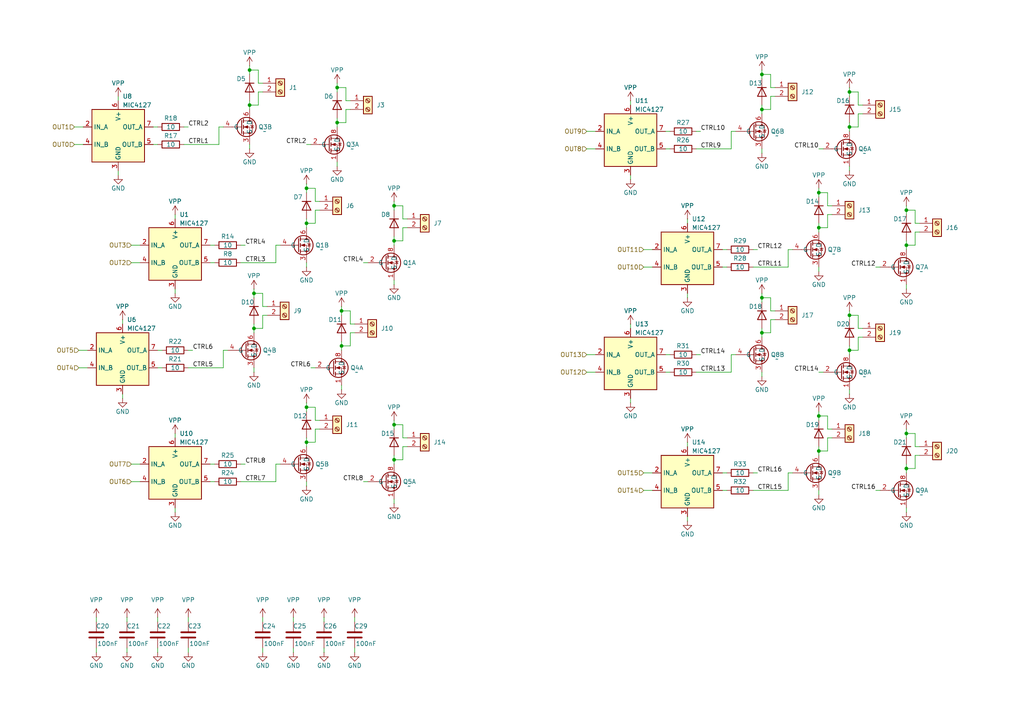
<source format=kicad_sch>
(kicad_sch (version 20231120) (generator "eeschema") (generator_version "8.0")
  (paper "A4")
  (title_block (title "harp.device.valve-controller") (date "2023-09-01") (rev "0.1") (company "The Allen Institute"))
  (junction (at 220.98 86.36))
  (junction (at 262.89 135.89))
  (junction (at 97.79 35.56))
  (junction (at 237.49 55.88))
  (junction (at 114.3 69.85))
  (junction (at 73.66 85.09))
  (junction (at 72.39 20.32))
  (junction (at 220.98 21.59))
  (junction (at 220.98 96.52))
  (junction (at 88.9 128.27))
  (junction (at 114.3 59.69))
  (junction (at 262.89 60.96))
  (junction (at 220.98 31.75))
  (junction (at 246.38 36.83))
  (junction (at 246.38 101.6))
  (junction (at 72.39 30.48))
  (junction (at 88.9 64.77))
  (junction (at 237.49 120.65))
  (junction (at 246.38 91.44))
  (junction (at 262.89 71.12))
  (junction (at 88.9 54.61))
  (junction (at 262.89 125.73))
  (junction (at 73.66 95.25))
  (junction (at 114.3 133.35))
  (junction (at 88.9 118.11))
  (junction (at 97.79 25.4))
  (junction (at 99.06 90.17))
  (junction (at 237.49 66.04))
  (junction (at 99.06 100.33))
  (junction (at 246.38 26.67))
  (junction (at 237.49 130.81))
  (junction (at 114.3 123.19))
  (wire (pts (xy 228.6 137.16) (xy 229.87 137.16)))
  (wire (pts (xy 248.92 91.44) (xy 246.38 91.44)))
  (wire (pts (xy 35.56 114.3) (xy 35.56 115.57)))
  (wire (pts (xy 50.8 125.73) (xy 50.8 127)))
  (wire (pts (xy 223.52 25.4) (xy 223.52 21.59)))
  (wire (pts (xy 224.79 92.71) (xy 223.52 92.71)))
  (wire (pts (xy 262.89 147.32) (xy 262.89 148.59)))
  (wire (pts (xy 118.11 63.5) (xy 116.84 63.5)))
  (wire (pts (xy 76.2 179.07) (xy 76.2 180.34)))
  (wire (pts (xy 36.83 179.07) (xy 36.83 180.34)))
  (wire (pts (xy 97.79 46.99) (xy 97.79 48.26)))
  (wire (pts (xy 27.94 179.07) (xy 27.94 180.34)))
  (wire (pts (xy 114.3 68.58) (xy 114.3 69.85)))
  (wire (pts (xy 246.38 90.17) (xy 246.38 91.44)))
  (wire (pts (xy 237.49 107.95) (xy 238.76 107.95)))
  (wire (pts (xy 182.88 50.8) (xy 182.88 52.07)))
  (wire (pts (xy 116.84 127) (xy 116.84 123.19)))
  (wire (pts (xy 91.44 124.46) (xy 91.44 128.27)))
  (wire (pts (xy 91.44 58.42) (xy 91.44 54.61)))
  (wire (pts (xy 88.9 63.5) (xy 88.9 64.77)))
  (wire (pts (xy 246.38 25.4) (xy 246.38 26.67)))
  (wire (pts (xy 80.01 139.7) (xy 80.01 134.62)))
  (wire (pts (xy 92.71 60.96) (xy 91.44 60.96)))
  (wire (pts (xy 170.18 102.87) (xy 172.72 102.87)))
  (wire (pts (xy 266.7 64.77) (xy 265.43 64.77)))
  (wire (pts (xy 212.09 43.18) (xy 212.09 38.1)))
  (wire (pts (xy 76.2 26.67) (xy 74.93 26.67)))
  (wire (pts (xy 53.34 36.83) (xy 54.61 36.83)))
  (wire (pts (xy 220.98 31.75) (xy 220.98 33.02)))
  (wire (pts (xy 85.09 179.07) (xy 85.09 180.34)))
  (wire (pts (xy 73.66 83.82) (xy 73.66 85.09)))
  (wire (pts (xy 186.69 72.39) (xy 189.23 72.39)))
  (wire (pts (xy 63.5 36.83) (xy 64.77 36.83)))
  (wire (pts (xy 186.69 77.47) (xy 189.23 77.47)))
  (wire (pts (xy 114.3 123.19) (xy 114.3 124.46)))
  (wire (pts (xy 54.61 101.6) (xy 55.88 101.6)))
  (wire (pts (xy 34.29 49.53) (xy 34.29 50.8)))
  (wire (pts (xy 80.01 76.2) (xy 80.01 71.12)))
  (wire (pts (xy 170.18 107.95) (xy 172.72 107.95)))
  (wire (pts (xy 265.43 71.12) (xy 262.89 71.12)))
  (wire (pts (xy 212.09 102.87) (xy 213.36 102.87)))
  (wire (pts (xy 101.6 93.98) (xy 101.6 90.17)))
  (wire (pts (xy 201.93 38.1) (xy 203.2 38.1)))
  (wire (pts (xy 209.55 142.24) (xy 210.82 142.24)))
  (wire (pts (xy 114.3 59.69) (xy 114.3 60.96)))
  (wire (pts (xy 38.1 76.2) (xy 40.64 76.2)))
  (wire (pts (xy 101.6 90.17) (xy 99.06 90.17)))
  (wire (pts (xy 88.9 76.2) (xy 88.9 77.47)))
  (wire (pts (xy 201.93 107.95) (xy 212.09 107.95)))
  (wire (pts (xy 212.09 38.1) (xy 213.36 38.1)))
  (wire (pts (xy 246.38 100.33) (xy 246.38 101.6)))
  (wire (pts (xy 72.39 29.21) (xy 72.39 30.48)))
  (wire (pts (xy 101.6 96.52) (xy 101.6 100.33)))
  (wire (pts (xy 246.38 91.44) (xy 246.38 92.71)))
  (wire (pts (xy 102.87 187.96) (xy 102.87 189.23)))
  (wire (pts (xy 262.89 134.62) (xy 262.89 135.89)))
  (wire (pts (xy 72.39 30.48) (xy 72.39 31.75)))
  (wire (pts (xy 116.84 59.69) (xy 114.3 59.69)))
  (wire (pts (xy 53.34 41.91) (xy 63.5 41.91)))
  (wire (pts (xy 97.79 24.13) (xy 97.79 25.4)))
  (wire (pts (xy 76.2 85.09) (xy 73.66 85.09)))
  (wire (pts (xy 193.04 102.87) (xy 194.31 102.87)))
  (wire (pts (xy 45.72 179.07) (xy 45.72 180.34)))
  (wire (pts (xy 69.85 134.62) (xy 71.12 134.62)))
  (wire (pts (xy 88.9 139.7) (xy 88.9 140.97)))
  (wire (pts (xy 265.43 129.54) (xy 265.43 125.73)))
  (wire (pts (xy 73.66 93.98) (xy 73.66 95.25)))
  (wire (pts (xy 209.55 137.16) (xy 210.82 137.16)))
  (wire (pts (xy 246.38 113.03) (xy 246.38 114.3)))
  (wire (pts (xy 186.69 137.16) (xy 189.23 137.16)))
  (wire (pts (xy 97.79 34.29) (xy 97.79 35.56)))
  (wire (pts (xy 262.89 135.89) (xy 262.89 137.16)))
  (wire (pts (xy 262.89 124.46) (xy 262.89 125.73)))
  (wire (pts (xy 116.84 69.85) (xy 114.3 69.85)))
  (wire (pts (xy 228.6 142.24) (xy 228.6 137.16)))
  (wire (pts (xy 114.3 121.92) (xy 114.3 123.19)))
  (wire (pts (xy 100.33 29.21) (xy 100.33 25.4)))
  (wire (pts (xy 237.49 129.54) (xy 237.49 130.81)))
  (wire (pts (xy 199.39 128.27) (xy 199.39 129.54)))
  (wire (pts (xy 237.49 120.65) (xy 237.49 121.92)))
  (wire (pts (xy 224.79 90.17) (xy 223.52 90.17)))
  (wire (pts (xy 76.2 24.13) (xy 74.93 24.13)))
  (wire (pts (xy 265.43 64.77) (xy 265.43 60.96)))
  (wire (pts (xy 60.96 76.2) (xy 62.23 76.2)))
  (wire (pts (xy 88.9 127) (xy 88.9 128.27)))
  (wire (pts (xy 237.49 54.61) (xy 237.49 55.88)))
  (wire (pts (xy 54.61 179.07) (xy 54.61 180.34)))
  (wire (pts (xy 80.01 71.12) (xy 81.28 71.12)))
  (wire (pts (xy 64.77 101.6) (xy 66.04 101.6)))
  (wire (pts (xy 266.7 67.31) (xy 265.43 67.31)))
  (wire (pts (xy 262.89 59.69) (xy 262.89 60.96)))
  (wire (pts (xy 21.59 41.91) (xy 24.13 41.91)))
  (wire (pts (xy 248.92 26.67) (xy 246.38 26.67)))
  (wire (pts (xy 237.49 64.77) (xy 237.49 66.04)))
  (wire (pts (xy 220.98 95.25) (xy 220.98 96.52)))
  (wire (pts (xy 248.92 33.02) (xy 248.92 36.83)))
  (wire (pts (xy 90.17 106.68) (xy 91.44 106.68)))
  (wire (pts (xy 248.92 30.48) (xy 248.92 26.67)))
  (wire (pts (xy 228.6 72.39) (xy 229.87 72.39)))
  (wire (pts (xy 88.9 41.91) (xy 90.17 41.91)))
  (wire (pts (xy 209.55 72.39) (xy 210.82 72.39)))
  (wire (pts (xy 262.89 82.55) (xy 262.89 83.82)))
  (wire (pts (xy 116.84 66.04) (xy 116.84 69.85)))
  (wire (pts (xy 44.45 36.83) (xy 45.72 36.83)))
  (wire (pts (xy 73.66 95.25) (xy 73.66 96.52)))
  (wire (pts (xy 92.71 58.42) (xy 91.44 58.42)))
  (wire (pts (xy 99.06 100.33) (xy 99.06 101.6)))
  (wire (pts (xy 99.06 99.06) (xy 99.06 100.33)))
  (wire (pts (xy 218.44 72.39) (xy 219.71 72.39)))
  (wire (pts (xy 265.43 132.08) (xy 265.43 135.89)))
  (wire (pts (xy 212.09 107.95) (xy 212.09 102.87)))
  (wire (pts (xy 60.96 71.12) (xy 62.23 71.12)))
  (wire (pts (xy 92.71 121.92) (xy 91.44 121.92)))
  (wire (pts (xy 114.3 132.08) (xy 114.3 133.35)))
  (wire (pts (xy 64.77 106.68) (xy 64.77 101.6)))
  (wire (pts (xy 246.38 48.26) (xy 246.38 49.53)))
  (wire (pts (xy 237.49 66.04) (xy 237.49 67.31)))
  (wire (pts (xy 72.39 20.32) (xy 72.39 21.59)))
  (wire (pts (xy 220.98 30.48) (xy 220.98 31.75)))
  (wire (pts (xy 241.3 124.46) (xy 240.03 124.46)))
  (wire (pts (xy 69.85 139.7) (xy 80.01 139.7)))
  (wire (pts (xy 237.49 142.24) (xy 237.49 143.51)))
  (wire (pts (xy 237.49 77.47) (xy 237.49 78.74)))
  (wire (pts (xy 102.87 93.98) (xy 101.6 93.98)))
  (wire (pts (xy 44.45 41.91) (xy 45.72 41.91)))
  (wire (pts (xy 114.3 144.78) (xy 114.3 146.05)))
  (wire (pts (xy 76.2 187.96) (xy 76.2 189.23)))
  (wire (pts (xy 266.7 132.08) (xy 265.43 132.08)))
  (wire (pts (xy 54.61 106.68) (xy 64.77 106.68)))
  (wire (pts (xy 265.43 60.96) (xy 262.89 60.96)))
  (wire (pts (xy 38.1 134.62) (xy 40.64 134.62)))
  (wire (pts (xy 240.03 124.46) (xy 240.03 120.65)))
  (wire (pts (xy 254 142.24) (xy 255.27 142.24)))
  (wire (pts (xy 223.52 27.94) (xy 223.52 31.75)))
  (wire (pts (xy 220.98 43.18) (xy 220.98 44.45)))
  (wire (pts (xy 91.44 64.77) (xy 88.9 64.77)))
  (wire (pts (xy 254 77.47) (xy 255.27 77.47)))
  (wire (pts (xy 91.44 60.96) (xy 91.44 64.77)))
  (wire (pts (xy 262.89 60.96) (xy 262.89 62.23)))
  (wire (pts (xy 105.41 139.7) (xy 106.68 139.7)))
  (wire (pts (xy 116.84 133.35) (xy 114.3 133.35)))
  (wire (pts (xy 170.18 43.18) (xy 172.72 43.18)))
  (wire (pts (xy 182.88 93.98) (xy 182.88 95.25)))
  (wire (pts (xy 246.38 26.67) (xy 246.38 27.94)))
  (wire (pts (xy 248.92 101.6) (xy 246.38 101.6)))
  (wire (pts (xy 74.93 30.48) (xy 72.39 30.48)))
  (wire (pts (xy 224.79 27.94) (xy 223.52 27.94)))
  (wire (pts (xy 193.04 43.18) (xy 194.31 43.18)))
  (wire (pts (xy 21.59 36.83) (xy 24.13 36.83)))
  (wire (pts (xy 248.92 97.79) (xy 248.92 101.6)))
  (wire (pts (xy 22.86 101.6) (xy 25.4 101.6)))
  (wire (pts (xy 240.03 66.04) (xy 237.49 66.04)))
  (wire (pts (xy 100.33 31.75) (xy 100.33 35.56)))
  (wire (pts (xy 88.9 128.27) (xy 88.9 129.54)))
  (wire (pts (xy 246.38 36.83) (xy 246.38 38.1)))
  (wire (pts (xy 72.39 41.91) (xy 72.39 43.18)))
  (wire (pts (xy 50.8 62.23) (xy 50.8 63.5)))
  (wire (pts (xy 38.1 71.12) (xy 40.64 71.12)))
  (wire (pts (xy 93.98 179.07) (xy 93.98 180.34)))
  (wire (pts (xy 223.52 31.75) (xy 220.98 31.75)))
  (wire (pts (xy 88.9 54.61) (xy 88.9 55.88)))
  (wire (pts (xy 182.88 29.21) (xy 182.88 30.48)))
  (wire (pts (xy 92.71 124.46) (xy 91.44 124.46)))
  (wire (pts (xy 101.6 100.33) (xy 99.06 100.33)))
  (wire (pts (xy 88.9 64.77) (xy 88.9 66.04)))
  (wire (pts (xy 220.98 96.52) (xy 220.98 97.79)))
  (wire (pts (xy 223.52 90.17) (xy 223.52 86.36)))
  (wire (pts (xy 223.52 96.52) (xy 220.98 96.52)))
  (wire (pts (xy 72.39 19.05) (xy 72.39 20.32)))
  (wire (pts (xy 246.38 35.56) (xy 246.38 36.83)))
  (wire (pts (xy 27.94 187.96) (xy 27.94 189.23)))
  (wire (pts (xy 262.89 125.73) (xy 262.89 127)))
  (wire (pts (xy 45.72 187.96) (xy 45.72 189.23)))
  (wire (pts (xy 265.43 135.89) (xy 262.89 135.89)))
  (wire (pts (xy 240.03 55.88) (xy 237.49 55.88)))
  (wire (pts (xy 118.11 129.54) (xy 116.84 129.54)))
  (wire (pts (xy 74.93 26.67) (xy 74.93 30.48)))
  (wire (pts (xy 201.93 102.87) (xy 203.2 102.87)))
  (wire (pts (xy 45.72 106.68) (xy 46.99 106.68)))
  (wire (pts (xy 241.3 62.23) (xy 240.03 62.23)))
  (wire (pts (xy 101.6 31.75) (xy 100.33 31.75)))
  (wire (pts (xy 220.98 21.59) (xy 220.98 22.86)))
  (wire (pts (xy 76.2 91.44) (xy 76.2 95.25)))
  (wire (pts (xy 228.6 77.47) (xy 228.6 72.39)))
  (wire (pts (xy 36.83 187.96) (xy 36.83 189.23)))
  (wire (pts (xy 170.18 38.1) (xy 172.72 38.1)))
  (wire (pts (xy 218.44 137.16) (xy 219.71 137.16)))
  (wire (pts (xy 114.3 58.42) (xy 114.3 59.69)))
  (wire (pts (xy 99.06 88.9) (xy 99.06 90.17)))
  (wire (pts (xy 100.33 25.4) (xy 97.79 25.4)))
  (wire (pts (xy 38.1 139.7) (xy 40.64 139.7)))
  (wire (pts (xy 199.39 63.5) (xy 199.39 64.77)))
  (wire (pts (xy 218.44 142.24) (xy 228.6 142.24)))
  (wire (pts (xy 182.88 115.57) (xy 182.88 116.84)))
  (wire (pts (xy 63.5 41.91) (xy 63.5 36.83)))
  (wire (pts (xy 201.93 43.18) (xy 212.09 43.18)))
  (wire (pts (xy 76.2 95.25) (xy 73.66 95.25)))
  (wire (pts (xy 248.92 36.83) (xy 246.38 36.83)))
  (wire (pts (xy 69.85 71.12) (xy 71.12 71.12)))
  (wire (pts (xy 248.92 95.25) (xy 248.92 91.44)))
  (wire (pts (xy 77.47 88.9) (xy 76.2 88.9)))
  (wire (pts (xy 22.86 106.68) (xy 25.4 106.68)))
  (wire (pts (xy 265.43 125.73) (xy 262.89 125.73)))
  (wire (pts (xy 99.06 90.17) (xy 99.06 91.44)))
  (wire (pts (xy 69.85 76.2) (xy 80.01 76.2)))
  (wire (pts (xy 237.49 43.18) (xy 238.76 43.18)))
  (wire (pts (xy 77.47 91.44) (xy 76.2 91.44)))
  (wire (pts (xy 223.52 86.36) (xy 220.98 86.36)))
  (wire (pts (xy 186.69 142.24) (xy 189.23 142.24)))
  (wire (pts (xy 54.61 187.96) (xy 54.61 189.23)))
  (wire (pts (xy 100.33 35.56) (xy 97.79 35.56)))
  (wire (pts (xy 240.03 59.69) (xy 240.03 55.88)))
  (wire (pts (xy 102.87 96.52) (xy 101.6 96.52)))
  (wire (pts (xy 97.79 35.56) (xy 97.79 36.83)))
  (wire (pts (xy 80.01 134.62) (xy 81.28 134.62)))
  (wire (pts (xy 73.66 106.68) (xy 73.66 107.95)))
  (wire (pts (xy 220.98 20.32) (xy 220.98 21.59)))
  (wire (pts (xy 241.3 59.69) (xy 240.03 59.69)))
  (wire (pts (xy 105.41 76.2) (xy 106.68 76.2)))
  (wire (pts (xy 74.93 24.13) (xy 74.93 20.32)))
  (wire (pts (xy 74.93 20.32) (xy 72.39 20.32)))
  (wire (pts (xy 262.89 69.85) (xy 262.89 71.12)))
  (wire (pts (xy 223.52 92.71) (xy 223.52 96.52)))
  (wire (pts (xy 193.04 38.1) (xy 194.31 38.1)))
  (wire (pts (xy 265.43 67.31) (xy 265.43 71.12)))
  (wire (pts (xy 118.11 127) (xy 116.84 127)))
  (wire (pts (xy 218.44 77.47) (xy 228.6 77.47)))
  (wire (pts (xy 116.84 129.54) (xy 116.84 133.35)))
  (wire (pts (xy 199.39 149.86) (xy 199.39 151.13)))
  (wire (pts (xy 93.98 187.96) (xy 93.98 189.23)))
  (wire (pts (xy 250.19 97.79) (xy 248.92 97.79)))
  (wire (pts (xy 88.9 116.84) (xy 88.9 118.11)))
  (wire (pts (xy 114.3 133.35) (xy 114.3 134.62)))
  (wire (pts (xy 209.55 77.47) (xy 210.82 77.47)))
  (wire (pts (xy 240.03 62.23) (xy 240.03 66.04)))
  (wire (pts (xy 50.8 147.32) (xy 50.8 148.59)))
  (wire (pts (xy 224.79 25.4) (xy 223.52 25.4)))
  (wire (pts (xy 250.19 33.02) (xy 248.92 33.02)))
  (wire (pts (xy 60.96 139.7) (xy 62.23 139.7)))
  (wire (pts (xy 220.98 107.95) (xy 220.98 109.22)))
  (wire (pts (xy 240.03 127) (xy 240.03 130.81)))
  (wire (pts (xy 85.09 187.96) (xy 85.09 189.23)))
  (wire (pts (xy 193.04 107.95) (xy 194.31 107.95)))
  (wire (pts (xy 50.8 83.82) (xy 50.8 85.09)))
  (wire (pts (xy 223.52 21.59) (xy 220.98 21.59)))
  (wire (pts (xy 91.44 121.92) (xy 91.44 118.11)))
  (wire (pts (xy 250.19 30.48) (xy 248.92 30.48)))
  (wire (pts (xy 97.79 25.4) (xy 97.79 26.67)))
  (wire (pts (xy 241.3 127) (xy 240.03 127)))
  (wire (pts (xy 240.03 120.65) (xy 237.49 120.65)))
  (wire (pts (xy 118.11 66.04) (xy 116.84 66.04)))
  (wire (pts (xy 35.56 92.71) (xy 35.56 93.98)))
  (wire (pts (xy 262.89 71.12) (xy 262.89 72.39)))
  (wire (pts (xy 240.03 130.81) (xy 237.49 130.81)))
  (wire (pts (xy 250.19 95.25) (xy 248.92 95.25)))
  (wire (pts (xy 237.49 55.88) (xy 237.49 57.15)))
  (wire (pts (xy 76.2 88.9) (xy 76.2 85.09)))
  (wire (pts (xy 101.6 29.21) (xy 100.33 29.21)))
  (wire (pts (xy 114.3 69.85) (xy 114.3 71.12)))
  (wire (pts (xy 266.7 129.54) (xy 265.43 129.54)))
  (wire (pts (xy 73.66 85.09) (xy 73.66 86.36)))
  (wire (pts (xy 91.44 54.61) (xy 88.9 54.61)))
  (wire (pts (xy 60.96 134.62) (xy 62.23 134.62)))
  (wire (pts (xy 116.84 63.5) (xy 116.84 59.69)))
  (wire (pts (xy 246.38 101.6) (xy 246.38 102.87)))
  (wire (pts (xy 102.87 179.07) (xy 102.87 180.34)))
  (wire (pts (xy 99.06 111.76) (xy 99.06 113.03)))
  (wire (pts (xy 91.44 128.27) (xy 88.9 128.27)))
  (wire (pts (xy 116.84 123.19) (xy 114.3 123.19)))
  (wire (pts (xy 114.3 81.28) (xy 114.3 82.55)))
  (wire (pts (xy 237.49 119.38) (xy 237.49 120.65)))
  (wire (pts (xy 34.29 27.94) (xy 34.29 29.21)))
  (wire (pts (xy 88.9 53.34) (xy 88.9 54.61)))
  (wire (pts (xy 199.39 85.09) (xy 199.39 86.36)))
  (wire (pts (xy 220.98 86.36) (xy 220.98 87.63)))
  (wire (pts (xy 237.49 130.81) (xy 237.49 132.08)))
  (wire (pts (xy 45.72 101.6) (xy 46.99 101.6)))
  (wire (pts (xy 220.98 85.09) (xy 220.98 86.36)))
  (wire (pts (xy 88.9 118.11) (xy 88.9 119.38)))
  (wire (pts (xy 91.44 118.11) (xy 88.9 118.11)))
  (label "CTRL2" (at 54.61 36.83 0))
  (label "CTRL16" (at 219.71 137.16 0))
  (label "CTRL2" (at 88.9 41.91 180))
  (label "CTRL12" (at 219.71 72.39 0))
  (label "CTRL6" (at 90.17 106.68 180))
  (label "CTRL14" (at 203.2 102.87 0))
  (label "CTRL8" (at 105.41 139.7 180))
  (label "CTRL10" (at 203.2 38.1 0))
  (label "CTRL10" (at 237.49 43.18 180))
  (label "CTRL13" (at 203.2 107.95 0))
  (label "CTRL4" (at 71.12 71.12 0))
  (label "CTRL8" (at 71.12 134.62 0))
  (label "CTRL11" (at 219.71 77.47 0))
  (label "CTRL7" (at 71.12 139.7 0))
  (label "CTRL15" (at 219.71 142.24 0))
  (label "CTRL12" (at 254 77.47 180))
  (label "CTRL3" (at 71.12 76.2 0))
  (label "CTRL14" (at 237.49 107.95 180))
  (label "CTRL16" (at 254 142.24 180))
  (label "CTRL5" (at 55.88 106.68 0))
  (label "CTRL4" (at 105.41 76.2 180))
  (label "CTRL6" (at 55.88 101.6 0))
  (label "CTRL9" (at 203.2 43.18 0))
  (label "CTRL1" (at 54.61 41.91 0))
  (hierarchical_label "OUT7" (shape input) (at 38.1 134.62 180))
  (hierarchical_label "OUT15" (shape input) (at 186.69 137.16 180))
  (hierarchical_label "OUT5" (shape input) (at 22.86 101.6 180))
  (hierarchical_label "OUT4" (shape input) (at 22.86 106.68 180))
  (hierarchical_label "OUT6" (shape input) (at 38.1 139.7 180))
  (hierarchical_label "OUT3" (shape input) (at 38.1 71.12 180))
  (hierarchical_label "OUT1" (shape input) (at 21.59 36.83 180))
  (hierarchical_label "OUT13" (shape input) (at 170.18 102.87 180))
  (hierarchical_label "OUT2" (shape input) (at 38.1 76.2 180))
  (hierarchical_label "OUT0" (shape input) (at 21.59 41.91 180))
  (hierarchical_label "OUT10" (shape input) (at 186.69 77.47 180))
  (hierarchical_label "OUT14" (shape input) (at 186.69 142.24 180))
  (hierarchical_label "OUT8" (shape input) (at 170.18 43.18 180))
  (hierarchical_label "OUT9" (shape input) (at 170.18 38.1 180))
  (hierarchical_label "OUT11" (shape input) (at 186.69 72.39 180))
  (hierarchical_label "OUT12" (shape input) (at 170.18 107.95 180))
  (symbol (lib_id "power:GND") (at 73.66 107.95 0) (unit 1)
    (property "Reference" "#PWR059" (effects (hide yes)))
    (property "Value" "GND" (at 73.66 111.76 0))
    (property "Description" "Power symbol creates a global label with name \"GND\" , ground" (effects (hide yes)))
  )
  (symbol (lib_id "Connector:Screw_Terminal_01x02") (at 81.28 24.13 0) (unit 1)
    (property "Reference" "J1" (at 83.82 25.3999 0) (effects (justify left)))
    (property "Value" "Screw_Terminal_01x02" (effects (hide yes)))
    (property "Footprint" "Connector_Phoenix_MC:PhoenixContact_MC_1,5_2-G-3.5_1x02_P3.50mm_Horizontal" (effects (hide yes)))
    (property "Description" "Generic screw terminal, single row, 01x02, script generated (kicad-library-utils/schlib/autogen/connector/)" (effects (hide yes)))
  )
  (symbol (lib_id "Device:R") (at 214.63 137.16 90) (unit 1)
    (property "Reference" "R33" (at 214.63 134.62 90))
    (property "Value" "10" (at 214.63 137.16 90))
    (property "Footprint" "Resistor_SMD:R_0603_1608Metric" (effects (hide yes)))
    (property "Description" "Resistor" (effects (hide yes)))
  )
  (symbol (lib_id "power:VPP") (at 93.98 179.07 0) (unit 1)
    (property "Reference" "#PWR0108" (effects (hide yes)))
    (property "Value" "VPP" (at 93.98 173.99 0))
    (property "Description" "Power symbol creates a global label with name \"VPP\"" (effects (hide yes)))
  )
  (symbol (lib_id "Device:D") (at 262.89 130.81 270) (unit 1)
    (property "Reference" "D21" (at 259.08 128.27 90) (effects (justify left)))
    (property "Value" "1N4007FL" (effects (hide yes)))
    (property "Footprint" "Diode_SMD:D_SOD-123F" (effects (hide yes)))
    (property "Datasheet" "https://www.smc-diodes.com/propdf/1N4001FL-1N4007FL%20N1646%20REV.A.pdf" (effects (hide yes)))
    (property "Link" "https://www.digikey.com/en/products/detail/smc-diode-solutions/1N4007FL/11657817" (effects (hide yes)))
    (property "Manufacturer Number" "1N4007FL" (effects (hide yes)))
    (property "Manufacturer" "SMC Diode Solutions" (effects (hide yes)))
  )
  (symbol (lib_id "Connector:Screw_Terminal_01x02") (at 246.38 124.46 0) (unit 1)
    (property "Reference" "J18" (at 248.92 125.7299 0) (effects (justify left)))
    (property "Value" "Screw_Terminal_01x02" (effects (hide yes)))
    (property "Footprint" "Connector_Phoenix_MC:PhoenixContact_MC_1,5_2-G-3.5_1x02_P3.50mm_Horizontal" (effects (hide yes)))
    (property "Description" "Generic screw terminal, single row, 01x02, script generated (kicad-library-utils/schlib/autogen/connector/)" (effects (hide yes)))
  )
  (symbol (lib_id "Device:R") (at 50.8 101.6 90) (unit 1)
    (property "Reference" "R22" (at 50.8 99.06 90))
    (property "Value" "10" (at 50.8 101.6 90))
    (property "Footprint" "Resistor_SMD:R_0603_1608Metric" (effects (hide yes)))
    (property "Description" "Resistor" (effects (hide yes)))
  )
  (symbol (lib_id "power:VPP") (at 73.66 83.82 0) (unit 1)
    (property "Reference" "#PWR057" (effects (hide yes)))
    (property "Value" "VPP" (at 73.66 80.01 0))
    (property "Description" "Power symbol creates a global label with name \"VPP\"" (effects (hide yes)))
  )
  (symbol (lib_id "power:GND") (at 88.9 77.47 0) (unit 1)
    (property "Reference" "#PWR042" (effects (hide yes)))
    (property "Value" "GND" (at 88.9 81.28 0))
    (property "Description" "Power symbol creates a global label with name \"GND\" , ground" (effects (hide yes)))
  )
  (symbol (lib_id "power:GND") (at 45.72 189.23 0) (unit 1)
    (property "Reference" "#PWR076" (effects (hide yes)))
    (property "Value" "GND" (at 45.72 193.04 0))
    (property "Description" "Power symbol creates a global label with name \"GND\" , ground" (effects (hide yes)))
  )
  (symbol (lib_id "power:GND") (at 246.38 114.3 0) (unit 1)
    (property "Reference" "#PWR0121" (effects (hide yes)))
    (property "Value" "GND" (at 246.38 118.11 0))
    (property "Description" "Power symbol creates a global label with name \"GND\" , ground" (effects (hide yes)))
  )
  (symbol (lib_id "power:GND") (at 102.87 189.23 0) (unit 1)
    (property "Reference" "#PWR0109" (effects (hide yes)))
    (property "Value" "GND" (at 102.87 193.04 0))
    (property "Description" "Power symbol creates a global label with name \"GND\" , ground" (effects (hide yes)))
  )
  (symbol (lib_id "Device:C") (at 93.98 184.15 180) (unit 1)
    (property "Reference" "C26" (at 97.79 181.61 0) (effects (justify left)))
    (property "Value" "100nF" (at 100.33 186.69 0) (effects (justify left)))
    (property "Footprint" "Capacitor_SMD:C_0402_1005Metric" (effects (hide yes)))
    (property "Datasheet" "http://www.passivecomponent.com/wp-content/uploads/datasheet/WTC_MLCC_General_Purpose.pdf" (effects (hide yes)))
    (property "Link" "https://www.digikey.com/en/products/detail/walsin-technology-corporation/0402B104K160CT/6707534" (effects (hide yes)))
    (property "Manufacturer" "Walson Technology Corporation" (effects (hide yes)))
    (property "Manufacturer Number" "0402B104K160CT" (effects (hide yes)))
    (property "Rated Voltage" "16V" (effects (hide yes)))
    (property "Temperature Coefficient" "X7R" (effects (hide yes)))
    (property "Tolerance" "10%" (effects (hide yes)))
    (property "PCBWay Link" "https://www.pcbway.com/components/detail/0402B104K160CT/307171/" (effects (hide yes)))
  )
  (symbol (lib_id "power:GND") (at 93.98 189.23 0) (unit 1)
    (property "Reference" "#PWR0107" (effects (hide yes)))
    (property "Value" "GND" (at 93.98 193.04 0))
    (property "Description" "Power symbol creates a global label with name \"GND\" , ground" (effects (hide yes)))
  )
  (symbol (lib_id "power:GND") (at 54.61 189.23 0) (unit 1)
    (property "Reference" "#PWR0101" (effects (hide yes)))
    (property "Value" "GND" (at 54.61 193.04 0))
    (property "Description" "Power symbol creates a global label with name \"GND\" , ground" (effects (hide yes)))
  )
  (symbol (lib_id "Device:D") (at 88.9 123.19 270) (unit 1)
    (property "Reference" "D12" (at 85.09 120.65 90) (effects (justify left)))
    (property "Value" "1N4007FL" (effects (hide yes)))
    (property "Footprint" "Diode_SMD:D_SOD-123F" (effects (hide yes)))
    (property "Datasheet" "https://www.smc-diodes.com/propdf/1N4001FL-1N4007FL%20N1646%20REV.A.pdf" (effects (hide yes)))
    (property "Link" "https://www.digikey.com/en/products/detail/smc-diode-solutions/1N4007FL/11657817" (effects (hide yes)))
    (property "Manufacturer Number" "1N4007FL" (effects (hide yes)))
    (property "Manufacturer" "SMC Diode Solutions" (effects (hide yes)))
  )
  (symbol (lib_id "kicad-lib:SQ4940AEY") (at 220.98 38.1 0) (unit 2)
    (property "Reference" "Q6" (at 223.52 38.1 0) (effects (justify left)))
    (property "Value" "~" (at 224.79 39.37 0) (effects (justify left)))
    (property "Footprint" "Package_SO:SOIC-8_5.275x5.275mm_P1.27mm" (effects (hide yes)))
    (property "Datasheet" "https://www.vishay.com/docs/62916/sq4940aey.pdf" (effects (hide yes)))
    (property "Description" "Dual N-Channel Mosfet, 8A" (effects (hide yes)))
  )
  (symbol (lib_id "kicad-lib:SQ4940AEY") (at 262.89 142.24 0) (unit 1)
    (property "Reference" "Q9" (at 265.43 142.24 0) (effects (justify left)))
    (property "Value" "~" (at 266.7 143.51 0) (effects (justify left)))
    (property "Footprint" "Package_SO:SOIC-8_5.275x5.275mm_P1.27mm" (effects (hide yes)))
    (property "Datasheet" "https://www.vishay.com/docs/62916/sq4940aey.pdf" (effects (hide yes)))
    (property "Description" "Dual N-Channel Mosfet, 8A" (effects (hide yes)))
  )
  (symbol (lib_id "Device:C") (at 36.83 184.15 180) (unit 1)
    (property "Reference" "C21" (at 40.64 181.61 0) (effects (justify left)))
    (property "Value" "100nF" (at 43.18 186.69 0) (effects (justify left)))
    (property "Footprint" "Capacitor_SMD:C_0402_1005Metric" (effects (hide yes)))
    (property "Datasheet" "http://www.passivecomponent.com/wp-content/uploads/datasheet/WTC_MLCC_General_Purpose.pdf" (effects (hide yes)))
    (property "Link" "https://www.digikey.com/en/products/detail/walsin-technology-corporation/0402B104K160CT/6707534" (effects (hide yes)))
    (property "Manufacturer" "Walson Technology Corporation" (effects (hide yes)))
    (property "Manufacturer Number" "0402B104K160CT" (effects (hide yes)))
    (property "Rated Voltage" "16V" (effects (hide yes)))
    (property "Temperature Coefficient" "X7R" (effects (hide yes)))
    (property "Tolerance" "10%" (effects (hide yes)))
    (property "PCBWay Link" "https://www.pcbway.com/components/detail/0402B104K160CT/307171/" (effects (hide yes)))
  )
  (symbol (lib_id "power:VPP") (at 50.8 62.23 0) (unit 1)
    (property "Reference" "#PWR035" (effects (hide yes)))
    (property "Value" "VPP" (at 50.8 58.42 0))
    (property "Description" "Power symbol creates a global label with name \"VPP\"" (effects (hide yes)))
  )
  (symbol (lib_id "kicad-lib:SQ4940AEY") (at 99.06 106.68 0) (unit 1)
    (property "Reference" "Q4" (at 101.6 106.68 0) (effects (justify left)))
    (property "Value" "~" (at 102.87 107.95 0) (effects (justify left)))
    (property "Footprint" "Package_SO:SOIC-8_5.275x5.275mm_P1.27mm" (effects (hide yes)))
    (property "Datasheet" "https://www.vishay.com/docs/62916/sq4940aey.pdf" (effects (hide yes)))
    (property "Description" "Dual N-Channel Mosfet, 8A" (effects (hide yes)))
  )
  (symbol (lib_id "power:VPP") (at 262.89 124.46 0) (unit 1)
    (property "Reference" "#PWR0122" (effects (hide yes)))
    (property "Value" "VPP" (at 262.89 120.65 0))
    (property "Description" "Power symbol creates a global label with name \"VPP\"" (effects (hide yes)))
  )
  (symbol (lib_id "power:VPP") (at 237.49 54.61 0) (unit 1)
    (property "Reference" "#PWR089" (effects (hide yes)))
    (property "Value" "VPP" (at 237.49 50.8 0))
    (property "Description" "Power symbol creates a global label with name \"VPP\"" (effects (hide yes)))
  )
  (symbol (lib_id "Connector:Screw_Terminal_01x02") (at 82.55 88.9 0) (unit 1)
    (property "Reference" "J9" (at 85.09 90.1699 0) (effects (justify left)))
    (property "Value" "Screw_Terminal_01x02" (effects (hide yes)))
    (property "Footprint" "Connector_Phoenix_MC:PhoenixContact_MC_1,5_2-G-3.5_1x02_P3.50mm_Horizontal" (effects (hide yes)))
    (property "Description" "Generic screw terminal, single row, 01x02, script generated (kicad-library-utils/schlib/autogen/connector/)" (effects (hide yes)))
  )
  (symbol (lib_id "power:GND") (at 220.98 44.45 0) (unit 1)
    (property "Reference" "#PWR088" (effects (hide yes)))
    (property "Value" "GND" (at 220.98 48.26 0))
    (property "Description" "Power symbol creates a global label with name \"GND\" , ground" (effects (hide yes)))
  )
  (symbol (lib_id "power:GND") (at 97.79 48.26 0) (unit 1)
    (property "Reference" "#PWR032" (effects (hide yes)))
    (property "Value" "GND" (at 97.79 52.07 0))
    (property "Description" "Power symbol creates a global label with name \"GND\" , ground" (effects (hide yes)))
  )
  (symbol (lib_id "Connector:Screw_Terminal_01x02") (at 106.68 29.21 0) (unit 1)
    (property "Reference" "J3" (at 109.22 30.4799 0) (effects (justify left)))
    (property "Value" "Screw_Terminal_01x02" (effects (hide yes)))
    (property "Footprint" "Connector_Phoenix_MC:PhoenixContact_MC_1,5_2-G-3.5_1x02_P3.50mm_Horizontal" (effects (hide yes)))
    (property "Description" "Generic screw terminal, single row, 01x02, script generated (kicad-library-utils/schlib/autogen/connector/)" (effects (hide yes)))
  )
  (symbol (lib_id "kicad-lib:MIC4127") (at 35.56 104.14 0) (unit 1)
    (property "Reference" "U6" (at 36.83 92.71 0) (effects (justify left)))
    (property "Value" "MIC4127" (at 36.83 95.25 0) (effects (justify left)))
    (property "Footprint" "Package_SO:MSOP-8-1EP_3x3mm_P0.65mm_EP1.5x1.8mm" (effects (hide yes)))
    (property "Datasheet" "https://ww1.microchip.com/downloads/aemDocuments/documents/OTH/ProductDocuments/DataSheets/MIC4126-27-28-Data-Sheet-20006084A.pdf" (effects (hide yes)))
    (property "Description" "Dual 1.5A-Peak Low-Side MOSFET Driver, ML-8/SOIC-8/MSOP-8" (effects (hide yes)))
    (property "Manufacturer Number" "MIC4127YMME" (effects (hide yes)))
    (property "Link" "https://www.digikey.com/en/products/detail/microchip-technology/MIC4127YMME/1029805" (effects (hide yes)))
  )
  (symbol (lib_id "kicad-lib:SQ4940AEY") (at 73.66 101.6 0) (unit 2)
    (property "Reference" "Q4" (at 76.2 101.6 0) (effects (justify left)))
    (property "Value" "~" (at 77.47 102.87 0) (effects (justify left)))
    (property "Footprint" "Package_SO:SOIC-8_5.275x5.275mm_P1.27mm" (effects (hide yes)))
    (property "Datasheet" "https://www.vishay.com/docs/62916/sq4940aey.pdf" (effects (hide yes)))
    (property "Description" "Dual N-Channel Mosfet, 8A" (effects (hide yes)))
  )
  (symbol (lib_id "kicad-lib:SQ4940AEY") (at 220.98 102.87 0) (unit 2)
    (property "Reference" "Q8" (at 223.52 102.87 0) (effects (justify left)))
    (property "Value" "~" (at 224.79 104.14 0) (effects (justify left)))
    (property "Footprint" "Package_SO:SOIC-8_5.275x5.275mm_P1.27mm" (effects (hide yes)))
    (property "Datasheet" "https://www.vishay.com/docs/62916/sq4940aey.pdf" (effects (hide yes)))
    (property "Description" "Dual N-Channel Mosfet, 8A" (effects (hide yes)))
  )
  (symbol (lib_id "Connector:Screw_Terminal_01x02") (at 97.79 121.92 0) (unit 1)
    (property "Reference" "J11" (at 100.33 123.1899 0) (effects (justify left)))
    (property "Value" "Screw_Terminal_01x02" (effects (hide yes)))
    (property "Footprint" "Connector_Phoenix_MC:PhoenixContact_MC_1,5_2-G-3.5_1x02_P3.50mm_Horizontal" (effects (hide yes)))
    (property "Description" "Generic screw terminal, single row, 01x02, script generated (kicad-library-utils/schlib/autogen/connector/)" (effects (hide yes)))
  )
  (symbol (lib_id "power:VPP") (at 76.2 179.07 0) (unit 1)
    (property "Reference" "#PWR0104" (effects (hide yes)))
    (property "Value" "VPP" (at 76.2 173.99 0))
    (property "Description" "Power symbol creates a global label with name \"VPP\"" (effects (hide yes)))
  )
  (symbol (lib_id "Connector:Screw_Terminal_01x02") (at 255.27 95.25 0) (unit 1)
    (property "Reference" "J19" (at 257.81 96.5199 0) (effects (justify left)))
    (property "Value" "Screw_Terminal_01x02" (effects (hide yes)))
    (property "Footprint" "Connector_Phoenix_MC:PhoenixContact_MC_1,5_2-G-3.5_1x02_P3.50mm_Horizontal" (effects (hide yes)))
    (property "Description" "Generic screw terminal, single row, 01x02, script generated (kicad-library-utils/schlib/autogen/connector/)" (effects (hide yes)))
  )
  (symbol (lib_id "power:VPP") (at 97.79 24.13 0) (unit 1)
    (property "Reference" "#PWR058" (effects (hide yes)))
    (property "Value" "VPP" (at 97.79 20.32 0))
    (property "Description" "Power symbol creates a global label with name \"VPP\"" (effects (hide yes)))
  )
  (symbol (lib_id "power:VPP") (at 114.3 121.92 0) (unit 1)
    (property "Reference" "#PWR091" (effects (hide yes)))
    (property "Value" "VPP" (at 114.3 118.11 0))
    (property "Description" "Power symbol creates a global label with name \"VPP\"" (effects (hide yes)))
  )
  (symbol (lib_id "power:GND") (at 72.39 43.18 0) (unit 1)
    (property "Reference" "#PWR013" (effects (hide yes)))
    (property "Value" "GND" (at 72.39 46.99 0))
    (property "Description" "Power symbol creates a global label with name \"GND\" , ground" (effects (hide yes)))
  )
  (symbol (lib_id "power:GND") (at 27.94 189.23 0) (unit 1)
    (property "Reference" "#PWR052" (effects (hide yes)))
    (property "Value" "GND" (at 27.94 193.04 0))
    (property "Description" "Power symbol creates a global label with name \"GND\" , ground" (effects (hide yes)))
  )
  (symbol (lib_id "Device:D") (at 262.89 66.04 270) (unit 1)
    (property "Reference" "D17" (at 259.08 63.5 90) (effects (justify left)))
    (property "Value" "1N4007FL" (effects (hide yes)))
    (property "Footprint" "Diode_SMD:D_SOD-123F" (effects (hide yes)))
    (property "Datasheet" "https://www.smc-diodes.com/propdf/1N4001FL-1N4007FL%20N1646%20REV.A.pdf" (effects (hide yes)))
    (property "Link" "https://www.digikey.com/en/products/detail/smc-diode-solutions/1N4007FL/11657817" (effects (hide yes)))
    (property "Manufacturer Number" "1N4007FL" (effects (hide yes)))
    (property "Manufacturer" "SMC Diode Solutions" (effects (hide yes)))
  )
  (symbol (lib_id "Device:D") (at 99.06 95.25 270) (unit 1)
    (property "Reference" "D11" (at 95.25 92.71 90) (effects (justify left)))
    (property "Value" "1N4007FL" (effects (hide yes)))
    (property "Footprint" "Diode_SMD:D_SOD-123F" (effects (hide yes)))
    (property "Datasheet" "https://www.smc-diodes.com/propdf/1N4001FL-1N4007FL%20N1646%20REV.A.pdf" (effects (hide yes)))
    (property "Link" "https://www.digikey.com/en/products/detail/smc-diode-solutions/1N4007FL/11657817" (effects (hide yes)))
    (property "Manufacturer Number" "1N4007FL" (effects (hide yes)))
    (property "Manufacturer" "SMC Diode Solutions" (effects (hide yes)))
  )
  (symbol (lib_id "Connector:Screw_Terminal_01x02") (at 255.27 30.48 0) (unit 1)
    (property "Reference" "J15" (at 257.81 31.7499 0) (effects (justify left)))
    (property "Value" "Screw_Terminal_01x02" (effects (hide yes)))
    (property "Footprint" "Connector_Phoenix_MC:PhoenixContact_MC_1,5_2-G-3.5_1x02_P3.50mm_Horizontal" (effects (hide yes)))
    (property "Description" "Generic screw terminal, single row, 01x02, script generated (kicad-library-utils/schlib/autogen/connector/)" (effects (hide yes)))
  )
  (symbol (lib_id "power:VPP") (at 246.38 90.17 0) (unit 1)
    (property "Reference" "#PWR0120" (effects (hide yes)))
    (property "Value" "VPP" (at 246.38 86.36 0))
    (property "Description" "Power symbol creates a global label with name \"VPP\"" (effects (hide yes)))
  )
  (symbol (lib_id "Device:C") (at 45.72 184.15 180) (unit 1)
    (property "Reference" "C22" (at 49.53 181.61 0) (effects (justify left)))
    (property "Value" "100nF" (at 52.07 186.69 0) (effects (justify left)))
    (property "Footprint" "Capacitor_SMD:C_0402_1005Metric" (effects (hide yes)))
    (property "Datasheet" "http://www.passivecomponent.com/wp-content/uploads/datasheet/WTC_MLCC_General_Purpose.pdf" (effects (hide yes)))
    (property "Link" "https://www.digikey.com/en/products/detail/walsin-technology-corporation/0402B104K160CT/6707534" (effects (hide yes)))
    (property "Manufacturer" "Walson Technology Corporation" (effects (hide yes)))
    (property "Manufacturer Number" "0402B104K160CT" (effects (hide yes)))
    (property "Rated Voltage" "16V" (effects (hide yes)))
    (property "Temperature Coefficient" "X7R" (effects (hide yes)))
    (property "Tolerance" "10%" (effects (hide yes)))
    (property "PCBWay Link" "https://www.pcbway.com/components/detail/0402B104K160CT/307171/" (effects (hide yes)))
  )
  (symbol (lib_id "Device:R") (at 214.63 72.39 90) (unit 1)
    (property "Reference" "R29" (at 214.63 69.85 90))
    (property "Value" "10" (at 214.63 72.39 90))
    (property "Footprint" "Resistor_SMD:R_0603_1608Metric" (effects (hide yes)))
    (property "Description" "Resistor" (effects (hide yes)))
  )
  (symbol (lib_id "kicad-lib:MIC4127") (at 34.29 39.37 0) (unit 1)
    (property "Reference" "U8" (at 35.56 27.94 0) (effects (justify left)))
    (property "Value" "MIC4127" (at 35.56 30.48 0) (effects (justify left)))
    (property "Footprint" "Package_SO:MSOP-8-1EP_3x3mm_P0.65mm_EP1.5x1.8mm" (effects (hide yes)))
    (property "Datasheet" "https://ww1.microchip.com/downloads/aemDocuments/documents/OTH/ProductDocuments/DataSheets/MIC4126-27-28-Data-Sheet-20006084A.pdf" (effects (hide yes)))
    (property "Description" "Dual 1.5A-Peak Low-Side MOSFET Driver, ML-8/SOIC-8/MSOP-8" (effects (hide yes)))
    (property "Manufacturer Number" "MIC4127YMME" (effects (hide yes)))
    (property "Link" "https://www.digikey.com/en/products/detail/microchip-technology/MIC4127YMME/1029805" (effects (hide yes)))
  )
  (symbol (lib_id "kicad-lib:SQ4940AEY") (at 114.3 76.2 0) (unit 1)
    (property "Reference" "Q1" (at 116.84 76.2 0) (effects (justify left)))
    (property "Value" "~" (at 118.11 77.47 0) (effects (justify left)))
    (property "Footprint" "Package_SO:SOIC-8_5.275x5.275mm_P1.27mm" (effects (hide yes)))
    (property "Datasheet" "https://www.vishay.com/docs/62916/sq4940aey.pdf" (effects (hide yes)))
    (property "Description" "Dual N-Channel Mosfet, 8A" (effects (hide yes)))
  )
  (symbol (lib_id "Device:D") (at 237.49 60.96 270) (unit 1)
    (property "Reference" "D14" (at 233.68 58.42 90) (effects (justify left)))
    (property "Value" "1N4007FL" (effects (hide yes)))
    (property "Footprint" "Diode_SMD:D_SOD-123F" (effects (hide yes)))
    (property "Datasheet" "https://www.smc-diodes.com/propdf/1N4001FL-1N4007FL%20N1646%20REV.A.pdf" (effects (hide yes)))
    (property "Link" "https://www.digikey.com/en/products/detail/smc-diode-solutions/1N4007FL/11657817" (effects (hide yes)))
    (property "Manufacturer Number" "1N4007FL" (effects (hide yes)))
    (property "Manufacturer" "SMC Diode Solutions" (effects (hide yes)))
  )
  (symbol (lib_id "kicad-lib:MIC4127") (at 199.39 139.7 0) (unit 1)
    (property "Reference" "U14" (at 200.66 128.27 0) (effects (justify left)))
    (property "Value" "MIC4127" (at 200.66 130.81 0) (effects (justify left)))
    (property "Footprint" "Package_SO:MSOP-8-1EP_3x3mm_P0.65mm_EP1.5x1.8mm" (effects (hide yes)))
    (property "Datasheet" "https://ww1.microchip.com/downloads/aemDocuments/documents/OTH/ProductDocuments/DataSheets/MIC4126-27-28-Data-Sheet-20006084A.pdf" (effects (hide yes)))
    (property "Description" "Dual 1.5A-Peak Low-Side MOSFET Driver, ML-8/SOIC-8/MSOP-8" (effects (hide yes)))
    (property "Manufacturer Number" "MIC4127YMME" (effects (hide yes)))
    (property "Link" "https://www.digikey.com/en/products/detail/microchip-technology/MIC4127YMME/1029805" (effects (hide yes)))
  )
  (symbol (lib_id "power:VPP") (at 182.88 93.98 0) (unit 1)
    (property "Reference" "#PWR0110" (effects (hide yes)))
    (property "Value" "VPP" (at 182.88 90.17 0))
    (property "Description" "Power symbol creates a global label with name \"VPP\"" (effects (hide yes)))
  )
  (symbol (lib_id "Device:R") (at 49.53 36.83 90) (unit 1)
    (property "Reference" "R18" (at 49.53 34.29 90))
    (property "Value" "10" (at 49.53 36.83 90))
    (property "Footprint" "Resistor_SMD:R_0603_1608Metric" (effects (hide yes)))
    (property "Description" "Resistor" (effects (hide yes)))
  )
  (symbol (lib_id "Device:R") (at 198.12 107.95 90) (unit 1)
    (property "Reference" "R30" (at 198.12 105.41 90))
    (property "Value" "10" (at 198.12 107.95 90))
    (property "Footprint" "Resistor_SMD:R_0603_1608Metric" (effects (hide yes)))
    (property "Description" "Resistor" (effects (hide yes)))
  )
  (symbol (lib_id "Connector:Screw_Terminal_01x02") (at 123.19 63.5 0) (unit 1)
    (property "Reference" "J7" (at 125.73 64.7699 0) (effects (justify left)))
    (property "Value" "Screw_Terminal_01x02" (effects (hide yes)))
    (property "Footprint" "Connector_Phoenix_MC:PhoenixContact_MC_1,5_2-G-3.5_1x02_P3.50mm_Horizontal" (effects (hide yes)))
    (property "Description" "Generic screw terminal, single row, 01x02, script generated (kicad-library-utils/schlib/autogen/connector/)" (effects (hide yes)))
  )
  (symbol (lib_id "Device:C") (at 27.94 184.15 180) (unit 1)
    (property "Reference" "C20" (at 31.75 181.61 0) (effects (justify left)))
    (property "Value" "100nF" (at 34.29 186.69 0) (effects (justify left)))
    (property "Footprint" "Capacitor_SMD:C_0402_1005Metric" (effects (hide yes)))
    (property "Datasheet" "http://www.passivecomponent.com/wp-content/uploads/datasheet/WTC_MLCC_General_Purpose.pdf" (effects (hide yes)))
    (property "Link" "https://www.digikey.com/en/products/detail/walsin-technology-corporation/0402B104K160CT/6707534" (effects (hide yes)))
    (property "Manufacturer" "Walson Technology Corporation" (effects (hide yes)))
    (property "Manufacturer Number" "0402B104K160CT" (effects (hide yes)))
    (property "Rated Voltage" "16V" (effects (hide yes)))
    (property "Temperature Coefficient" "X7R" (effects (hide yes)))
    (property "Tolerance" "10%" (effects (hide yes)))
    (property "PCBWay Link" "https://www.pcbway.com/components/detail/0402B104K160CT/307171/" (effects (hide yes)))
  )
  (symbol (lib_id "power:VPP") (at 99.06 88.9 0) (unit 1)
    (property "Reference" "#PWR060" (effects (hide yes)))
    (property "Value" "VPP" (at 99.06 85.09 0))
    (property "Description" "Power symbol creates a global label with name \"VPP\"" (effects (hide yes)))
  )
  (symbol (lib_id "power:VPP") (at 88.9 116.84 0) (unit 1)
    (property "Reference" "#PWR085" (effects (hide yes)))
    (property "Value" "VPP" (at 88.9 113.03 0))
    (property "Description" "Power symbol creates a global label with name \"VPP\"" (effects (hide yes)))
  )
  (symbol (lib_id "power:GND") (at 85.09 189.23 0) (unit 1)
    (property "Reference" "#PWR0105" (effects (hide yes)))
    (property "Value" "GND" (at 85.09 193.04 0))
    (property "Description" "Power symbol creates a global label with name \"GND\" , ground" (effects (hide yes)))
  )
  (symbol (lib_id "power:GND") (at 237.49 143.51 0) (unit 1)
    (property "Reference" "#PWR0119" (effects (hide yes)))
    (property "Value" "GND" (at 237.49 147.32 0))
    (property "Description" "Power symbol creates a global label with name \"GND\" , ground" (effects (hide yes)))
  )
  (symbol (lib_id "kicad-lib:SQ4940AEY") (at 262.89 77.47 0) (unit 1)
    (property "Reference" "Q7" (at 265.43 77.47 0) (effects (justify left)))
    (property "Value" "~" (at 266.7 78.74 0) (effects (justify left)))
    (property "Footprint" "Package_SO:SOIC-8_5.275x5.275mm_P1.27mm" (effects (hide yes)))
    (property "Datasheet" "https://www.vishay.com/docs/62916/sq4940aey.pdf" (effects (hide yes)))
    (property "Description" "Dual N-Channel Mosfet, 8A" (effects (hide yes)))
  )
  (symbol (lib_id "Device:R") (at 214.63 142.24 90) (unit 1)
    (property "Reference" "R32" (at 214.63 139.7 90))
    (property "Value" "10" (at 214.63 142.24 90))
    (property "Footprint" "Resistor_SMD:R_0603_1608Metric" (effects (hide yes)))
    (property "Description" "Resistor" (effects (hide yes)))
  )
  (symbol (lib_id "Connector:Screw_Terminal_01x02") (at 97.79 58.42 0) (unit 1)
    (property "Reference" "J6" (at 100.33 59.6899 0) (effects (justify left)))
    (property "Value" "Screw_Terminal_01x02" (effects (hide yes)))
    (property "Footprint" "Connector_Phoenix_MC:PhoenixContact_MC_1,5_2-G-3.5_1x02_P3.50mm_Horizontal" (effects (hide yes)))
    (property "Description" "Generic screw terminal, single row, 01x02, script generated (kicad-library-utils/schlib/autogen/connector/)" (effects (hide yes)))
  )
  (symbol (lib_id "power:GND") (at 50.8 85.09 0) (unit 1)
    (property "Reference" "#PWR040" (effects (hide yes)))
    (property "Value" "GND" (at 50.8 88.9 0))
    (property "Description" "Power symbol creates a global label with name \"GND\" , ground" (effects (hide yes)))
  )
  (symbol (lib_id "Device:C") (at 85.09 184.15 180) (unit 1)
    (property "Reference" "C25" (at 88.9 181.61 0) (effects (justify left)))
    (property "Value" "100nF" (at 91.44 186.69 0) (effects (justify left)))
    (property "Footprint" "Capacitor_SMD:C_0402_1005Metric" (effects (hide yes)))
    (property "Datasheet" "http://www.passivecomponent.com/wp-content/uploads/datasheet/WTC_MLCC_General_Purpose.pdf" (effects (hide yes)))
    (property "Link" "https://www.digikey.com/en/products/detail/walsin-technology-corporation/0402B104K160CT/6707534" (effects (hide yes)))
    (property "Manufacturer" "Walson Technology Corporation" (effects (hide yes)))
    (property "Manufacturer Number" "0402B104K160CT" (effects (hide yes)))
    (property "Rated Voltage" "16V" (effects (hide yes)))
    (property "Temperature Coefficient" "X7R" (effects (hide yes)))
    (property "Tolerance" "10%" (effects (hide yes)))
    (property "PCBWay Link" "https://www.pcbway.com/components/detail/0402B104K160CT/307171/" (effects (hide yes)))
  )
  (symbol (lib_id "power:VPP") (at 45.72 179.07 0) (unit 1)
    (property "Reference" "#PWR099" (effects (hide yes)))
    (property "Value" "VPP" (at 45.72 173.99 0))
    (property "Description" "Power symbol creates a global label with name \"VPP\"" (effects (hide yes)))
  )
  (symbol (lib_id "power:GND") (at 199.39 86.36 0) (unit 1)
    (property "Reference" "#PWR084" (effects (hide yes)))
    (property "Value" "GND" (at 199.39 90.17 0))
    (property "Description" "Power symbol creates a global label with name \"GND\" , ground" (effects (hide yes)))
  )
  (symbol (lib_id "power:GND") (at 220.98 109.22 0) (unit 1)
    (property "Reference" "#PWR0115" (effects (hide yes)))
    (property "Value" "GND" (at 220.98 113.03 0))
    (property "Description" "Power symbol creates a global label with name \"GND\" , ground" (effects (hide yes)))
  )
  (symbol (lib_id "power:VPP") (at 262.89 59.69 0) (unit 1)
    (property "Reference" "#PWR097" (effects (hide yes)))
    (property "Value" "VPP" (at 262.89 55.88 0))
    (property "Description" "Power symbol creates a global label with name \"VPP\"" (effects (hide yes)))
  )
  (symbol (lib_id "kicad-lib:SQ4940AEY") (at 72.39 36.83 0) (unit 2)
    (property "Reference" "Q3" (at 74.93 36.83 0) (effects (justify left)))
    (property "Value" "~" (at 76.2 38.1 0) (effects (justify left)))
    (property "Footprint" "Package_SO:SOIC-8_5.275x5.275mm_P1.27mm" (effects (hide yes)))
    (property "Datasheet" "https://www.vishay.com/docs/62916/sq4940aey.pdf" (effects (hide yes)))
    (property "Description" "Dual N-Channel Mosfet, 8A" (effects (hide yes)))
  )
  (symbol (lib_id "power:GND") (at 182.88 116.84 0) (unit 1)
    (property "Reference" "#PWR0111" (effects (hide yes)))
    (property "Value" "GND" (at 182.88 120.65 0))
    (property "Description" "Power symbol creates a global label with name \"GND\" , ground" (effects (hide yes)))
  )
  (symbol (lib_id "Connector:Screw_Terminal_01x02") (at 271.78 129.54 0) (unit 1)
    (property "Reference" "J20" (at 274.32 130.8099 0) (effects (justify left)))
    (property "Value" "Screw_Terminal_01x02" (effects (hide yes)))
    (property "Footprint" "Connector_Phoenix_MC:PhoenixContact_MC_1,5_2-G-3.5_1x02_P3.50mm_Horizontal" (effects (hide yes)))
    (property "Description" "Generic screw terminal, single row, 01x02, script generated (kicad-library-utils/schlib/autogen/connector/)" (effects (hide yes)))
  )
  (symbol (lib_id "power:VPP") (at 246.38 25.4 0) (unit 1)
    (property "Reference" "#PWR093" (effects (hide yes)))
    (property "Value" "VPP" (at 246.38 21.59 0))
    (property "Description" "Power symbol creates a global label with name \"VPP\"" (effects (hide yes)))
  )
  (symbol (lib_id "kicad-lib:SQ4940AEY") (at 88.9 134.62 0) (unit 2)
    (property "Reference" "Q5" (at 91.44 134.62 0) (effects (justify left)))
    (property "Value" "~" (at 92.71 135.89 0) (effects (justify left)))
    (property "Footprint" "Package_SO:SOIC-8_5.275x5.275mm_P1.27mm" (effects (hide yes)))
    (property "Datasheet" "https://www.vishay.com/docs/62916/sq4940aey.pdf" (effects (hide yes)))
    (property "Description" "Dual N-Channel Mosfet, 8A" (effects (hide yes)))
  )
  (symbol (lib_id "power:VPP") (at 114.3 58.42 0) (unit 1)
    (property "Reference" "#PWR043" (effects (hide yes)))
    (property "Value" "VPP" (at 114.3 54.61 0))
    (property "Description" "Power symbol creates a global label with name \"VPP\"" (effects (hide yes)))
  )
  (symbol (lib_id "power:GND") (at 262.89 148.59 0) (unit 1)
    (property "Reference" "#PWR0123" (effects (hide yes)))
    (property "Value" "GND" (at 262.89 152.4 0))
    (property "Description" "Power symbol creates a global label with name \"GND\" , ground" (effects (hide yes)))
  )
  (symbol (lib_id "kicad-lib:SQ4940AEY") (at 97.79 41.91 0) (unit 1)
    (property "Reference" "Q3" (at 100.33 41.91 0) (effects (justify left)))
    (property "Value" "~" (at 101.6 43.18 0) (effects (justify left)))
    (property "Footprint" "Package_SO:SOIC-8_5.275x5.275mm_P1.27mm" (effects (hide yes)))
    (property "Datasheet" "https://www.vishay.com/docs/62916/sq4940aey.pdf" (effects (hide yes)))
    (property "Description" "Dual N-Channel Mosfet, 8A" (effects (hide yes)))
  )
  (symbol (lib_id "kicad-lib:SQ4940AEY") (at 114.3 139.7 0) (unit 1)
    (property "Reference" "Q5" (at 116.84 139.7 0) (effects (justify left)))
    (property "Value" "~" (at 118.11 140.97 0) (effects (justify left)))
    (property "Footprint" "Package_SO:SOIC-8_5.275x5.275mm_P1.27mm" (effects (hide yes)))
    (property "Datasheet" "https://www.vishay.com/docs/62916/sq4940aey.pdf" (effects (hide yes)))
    (property "Description" "Dual N-Channel Mosfet, 8A" (effects (hide yes)))
  )
  (symbol (lib_id "power:GND") (at 199.39 151.13 0) (unit 1)
    (property "Reference" "#PWR0113" (effects (hide yes)))
    (property "Value" "GND" (at 199.39 154.94 0))
    (property "Description" "Power symbol creates a global label with name \"GND\" , ground" (effects (hide yes)))
  )
  (symbol (lib_id "Device:D") (at 114.3 64.77 270) (unit 1)
    (property "Reference" "D8" (at 110.49 62.23 90) (effects (justify left)))
    (property "Value" "1N4007FL" (effects (hide yes)))
    (property "Footprint" "Diode_SMD:D_SOD-123F" (effects (hide yes)))
    (property "Datasheet" "https://www.smc-diodes.com/propdf/1N4001FL-1N4007FL%20N1646%20REV.A.pdf" (effects (hide yes)))
    (property "Link" "https://www.digikey.com/en/products/detail/smc-diode-solutions/1N4007FL/11657817" (effects (hide yes)))
    (property "Manufacturer Number" "1N4007FL" (effects (hide yes)))
    (property "Manufacturer" "SMC Diode Solutions" (effects (hide yes)))
  )
  (symbol (lib_id "Connector:Screw_Terminal_01x02") (at 246.38 59.69 0) (unit 1)
    (property "Reference" "J13" (at 248.92 60.9599 0) (effects (justify left)))
    (property "Value" "Screw_Terminal_01x02" (effects (hide yes)))
    (property "Footprint" "Connector_Phoenix_MC:PhoenixContact_MC_1,5_2-G-3.5_1x02_P3.50mm_Horizontal" (effects (hide yes)))
    (property "Description" "Generic screw terminal, single row, 01x02, script generated (kicad-library-utils/schlib/autogen/connector/)" (effects (hide yes)))
  )
  (symbol (lib_id "power:GND") (at 76.2 189.23 0) (unit 1)
    (property "Reference" "#PWR0103" (effects (hide yes)))
    (property "Value" "GND" (at 76.2 193.04 0))
    (property "Description" "Power symbol creates a global label with name \"GND\" , ground" (effects (hide yes)))
  )
  (symbol (lib_id "Device:D") (at 237.49 125.73 270) (unit 1)
    (property "Reference" "D19" (at 233.68 123.19 90) (effects (justify left)))
    (property "Value" "1N4007FL" (effects (hide yes)))
    (property "Footprint" "Diode_SMD:D_SOD-123F" (effects (hide yes)))
    (property "Datasheet" "https://www.smc-diodes.com/propdf/1N4001FL-1N4007FL%20N1646%20REV.A.pdf" (effects (hide yes)))
    (property "Link" "https://www.digikey.com/en/products/detail/smc-diode-solutions/1N4007FL/11657817" (effects (hide yes)))
    (property "Manufacturer Number" "1N4007FL" (effects (hide yes)))
    (property "Manufacturer" "SMC Diode Solutions" (effects (hide yes)))
  )
  (symbol (lib_id "power:VPP") (at 220.98 20.32 0) (unit 1)
    (property "Reference" "#PWR087" (effects (hide yes)))
    (property "Value" "VPP" (at 220.98 16.51 0))
    (property "Description" "Power symbol creates a global label with name \"VPP\"" (effects (hide yes)))
  )
  (symbol (lib_id "Device:D") (at 97.79 30.48 270) (unit 1)
    (property "Reference" "D6" (at 93.98 27.94 90) (effects (justify left)))
    (property "Value" "1N4007FL" (effects (hide yes)))
    (property "Footprint" "Diode_SMD:D_SOD-123F" (effects (hide yes)))
    (property "Datasheet" "https://www.smc-diodes.com/propdf/1N4001FL-1N4007FL%20N1646%20REV.A.pdf" (effects (hide yes)))
    (property "Link" "https://www.digikey.com/en/products/detail/smc-diode-solutions/1N4007FL/11657817" (effects (hide yes)))
    (property "Manufacturer Number" "1N4007FL" (effects (hide yes)))
    (property "Manufacturer" "SMC Diode Solutions" (effects (hide yes)))
  )
  (symbol (lib_id "kicad-lib:SQ4940AEY") (at 237.49 72.39 0) (unit 2)
    (property "Reference" "Q7" (at 240.03 72.39 0) (effects (justify left)))
    (property "Value" "~" (at 241.3 73.66 0) (effects (justify left)))
    (property "Footprint" "Package_SO:SOIC-8_5.275x5.275mm_P1.27mm" (effects (hide yes)))
    (property "Datasheet" "https://www.vishay.com/docs/62916/sq4940aey.pdf" (effects (hide yes)))
    (property "Description" "Dual N-Channel Mosfet, 8A" (effects (hide yes)))
  )
  (symbol (lib_id "Device:R") (at 66.04 139.7 90) (unit 1)
    (property "Reference" "R24" (at 66.04 137.16 90))
    (property "Value" "10" (at 66.04 139.7 90))
    (property "Footprint" "Resistor_SMD:R_0603_1608Metric" (effects (hide yes)))
    (property "Description" "Resistor" (effects (hide yes)))
  )
  (symbol (lib_id "power:GND") (at 99.06 113.03 0) (unit 1)
    (property "Reference" "#PWR073" (effects (hide yes)))
    (property "Value" "GND" (at 99.06 116.84 0))
    (property "Description" "Power symbol creates a global label with name \"GND\" , ground" (effects (hide yes)))
  )
  (symbol (lib_id "power:GND") (at 246.38 49.53 0) (unit 1)
    (property "Reference" "#PWR096" (effects (hide yes)))
    (property "Value" "GND" (at 246.38 53.34 0))
    (property "Description" "Power symbol creates a global label with name \"GND\" , ground" (effects (hide yes)))
  )
  (symbol (lib_id "power:GND") (at 88.9 140.97 0) (unit 1)
    (property "Reference" "#PWR086" (effects (hide yes)))
    (property "Value" "GND" (at 88.9 144.78 0))
    (property "Description" "Power symbol creates a global label with name \"GND\" , ground" (effects (hide yes)))
  )
  (symbol (lib_id "power:VPP") (at 182.88 29.21 0) (unit 1)
    (property "Reference" "#PWR081" (effects (hide yes)))
    (property "Value" "VPP" (at 182.88 25.4 0))
    (property "Description" "Power symbol creates a global label with name \"VPP\"" (effects (hide yes)))
  )
  (symbol (lib_id "Connector:Screw_Terminal_01x02") (at 229.87 25.4 0) (unit 1)
    (property "Reference" "J12" (at 232.41 26.6699 0) (effects (justify left)))
    (property "Value" "Screw_Terminal_01x02" (effects (hide yes)))
    (property "Footprint" "Connector_Phoenix_MC:PhoenixContact_MC_1,5_2-G-3.5_1x02_P3.50mm_Horizontal" (effects (hide yes)))
    (property "Description" "Generic screw terminal, single row, 01x02, script generated (kicad-library-utils/schlib/autogen/connector/)" (effects (hide yes)))
  )
  (symbol (lib_id "power:GND") (at 114.3 82.55 0) (unit 1)
    (property "Reference" "#PWR044" (effects (hide yes)))
    (property "Value" "GND" (at 114.3 86.36 0))
    (property "Description" "Power symbol creates a global label with name \"GND\" , ground" (effects (hide yes)))
  )
  (symbol (lib_id "power:VPP") (at 54.61 179.07 0) (unit 1)
    (property "Reference" "#PWR0102" (effects (hide yes)))
    (property "Value" "VPP" (at 54.61 173.99 0))
    (property "Description" "Power symbol creates a global label with name \"VPP\"" (effects (hide yes)))
  )
  (symbol (lib_id "kicad-lib:MIC4127") (at 50.8 137.16 0) (unit 1)
    (property "Reference" "U10" (at 52.07 125.73 0) (effects (justify left)))
    (property "Value" "MIC4127" (at 52.07 128.27 0) (effects (justify left)))
    (property "Footprint" "Package_SO:MSOP-8-1EP_3x3mm_P0.65mm_EP1.5x1.8mm" (effects (hide yes)))
    (property "Datasheet" "https://ww1.microchip.com/downloads/aemDocuments/documents/OTH/ProductDocuments/DataSheets/MIC4126-27-28-Data-Sheet-20006084A.pdf" (effects (hide yes)))
    (property "Description" "Dual 1.5A-Peak Low-Side MOSFET Driver, ML-8/SOIC-8/MSOP-8" (effects (hide yes)))
    (property "Manufacturer Number" "MIC4127YMME" (effects (hide yes)))
    (property "Link" "https://www.digikey.com/en/products/detail/microchip-technology/MIC4127YMME/1029805" (effects (hide yes)))
  )
  (symbol (lib_id "Device:C") (at 102.87 184.15 180) (unit 1)
    (property "Reference" "C29" (at 106.68 181.61 0) (effects (justify left)))
    (property "Value" "100nF" (at 109.22 186.69 0) (effects (justify left)))
    (property "Footprint" "Capacitor_SMD:C_0402_1005Metric" (effects (hide yes)))
    (property "Datasheet" "http://www.passivecomponent.com/wp-content/uploads/datasheet/WTC_MLCC_General_Purpose.pdf" (effects (hide yes)))
    (property "Link" "https://www.digikey.com/en/products/detail/walsin-technology-corporation/0402B104K160CT/6707534" (effects (hide yes)))
    (property "Manufacturer" "Walson Technology Corporation" (effects (hide yes)))
    (property "Manufacturer Number" "0402B104K160CT" (effects (hide yes)))
    (property "Rated Voltage" "16V" (effects (hide yes)))
    (property "Temperature Coefficient" "X7R" (effects (hide yes)))
    (property "Tolerance" "10%" (effects (hide yes)))
    (property "PCBWay Link" "https://www.pcbway.com/components/detail/0402B104K160CT/307171/" (effects (hide yes)))
  )
  (symbol (lib_id "Device:D") (at 72.39 25.4 270) (unit 1)
    (property "Reference" "D5" (at 68.58 22.86 90) (effects (justify left)))
    (property "Value" "1N4007FL" (effects (hide yes)))
    (property "Footprint" "Diode_SMD:D_SOD-123F" (effects (hide yes)))
    (property "Datasheet" "https://www.smc-diodes.com/propdf/1N4001FL-1N4007FL%20N1646%20REV.A.pdf" (effects (hide yes)))
    (property "Link" "https://www.digikey.com/en/products/detail/smc-diode-solutions/1N4007FL/11657817" (effects (hide yes)))
    (property "Manufacturer Number" "1N4007FL" (effects (hide yes)))
    (property "Manufacturer" "SMC Diode Solutions" (effects (hide yes)))
  )
  (symbol (lib_id "power:VPP") (at 88.9 53.34 0) (unit 1)
    (property "Reference" "#PWR041" (effects (hide yes)))
    (property "Value" "VPP" (at 88.9 49.53 0))
    (property "Description" "Power symbol creates a global label with name \"VPP\"" (effects (hide yes)))
  )
  (symbol (lib_id "Device:R") (at 198.12 38.1 90) (unit 1)
    (property "Reference" "R27" (at 198.12 35.56 90))
    (property "Value" "10" (at 198.12 38.1 90))
    (property "Footprint" "Resistor_SMD:R_0603_1608Metric" (effects (hide yes)))
    (property "Description" "Resistor" (effects (hide yes)))
  )
  (symbol (lib_id "power:GND") (at 114.3 146.05 0) (unit 1)
    (property "Reference" "#PWR092" (effects (hide yes)))
    (property "Value" "GND" (at 114.3 149.86 0))
    (property "Description" "Power symbol creates a global label with name \"GND\" , ground" (effects (hide yes)))
  )
  (symbol (lib_id "Device:D") (at 246.38 31.75 270) (unit 1)
    (property "Reference" "D16" (at 242.57 29.21 90) (effects (justify left)))
    (property "Value" "1N4007FL" (effects (hide yes)))
    (property "Footprint" "Diode_SMD:D_SOD-123F" (effects (hide yes)))
    (property "Datasheet" "https://www.smc-diodes.com/propdf/1N4001FL-1N4007FL%20N1646%20REV.A.pdf" (effects (hide yes)))
    (property "Link" "https://www.digikey.com/en/products/detail/smc-diode-solutions/1N4007FL/11657817" (effects (hide yes)))
    (property "Manufacturer Number" "1N4007FL" (effects (hide yes)))
    (property "Manufacturer" "SMC Diode Solutions" (effects (hide yes)))
  )
  (symbol (lib_id "kicad-lib:MIC4127") (at 199.39 74.93 0) (unit 1)
    (property "Reference" "U12" (at 200.66 63.5 0) (effects (justify left)))
    (property "Value" "MIC4127" (at 200.66 66.04 0) (effects (justify left)))
    (property "Footprint" "Package_SO:MSOP-8-1EP_3x3mm_P0.65mm_EP1.5x1.8mm" (effects (hide yes)))
    (property "Datasheet" "https://ww1.microchip.com/downloads/aemDocuments/documents/OTH/ProductDocuments/DataSheets/MIC4126-27-28-Data-Sheet-20006084A.pdf" (effects (hide yes)))
    (property "Description" "Dual 1.5A-Peak Low-Side MOSFET Driver, ML-8/SOIC-8/MSOP-8" (effects (hide yes)))
    (property "Manufacturer Number" "MIC4127YMME" (effects (hide yes)))
    (property "Link" "https://www.digikey.com/en/products/detail/microchip-technology/MIC4127YMME/1029805" (effects (hide yes)))
  )
  (symbol (lib_id "kicad-lib:SQ4940AEY") (at 237.49 137.16 0) (unit 2)
    (property "Reference" "Q9" (at 240.03 137.16 0) (effects (justify left)))
    (property "Value" "~" (at 241.3 138.43 0) (effects (justify left)))
    (property "Footprint" "Package_SO:SOIC-8_5.275x5.275mm_P1.27mm" (effects (hide yes)))
    (property "Datasheet" "https://www.vishay.com/docs/62916/sq4940aey.pdf" (effects (hide yes)))
    (property "Description" "Dual N-Channel Mosfet, 8A" (effects (hide yes)))
  )
  (symbol (lib_id "power:GND") (at 35.56 115.57 0) (unit 1)
    (property "Reference" "#PWR056" (effects (hide yes)))
    (property "Value" "GND" (at 35.56 119.38 0))
    (property "Description" "Power symbol creates a global label with name \"GND\" , ground" (effects (hide yes)))
  )
  (symbol (lib_id "power:GND") (at 262.89 83.82 0) (unit 1)
    (property "Reference" "#PWR098" (effects (hide yes)))
    (property "Value" "GND" (at 262.89 87.63 0))
    (property "Description" "Power symbol creates a global label with name \"GND\" , ground" (effects (hide yes)))
  )
  (symbol (lib_id "Device:R") (at 66.04 76.2 90) (unit 1)
    (property "Reference" "R8" (at 66.04 73.66 90))
    (property "Value" "10" (at 66.04 76.2 90))
    (property "Footprint" "Resistor_SMD:R_0603_1608Metric" (effects (hide yes)))
    (property "Description" "Resistor" (effects (hide yes)))
  )
  (symbol (lib_id "Device:D") (at 220.98 91.44 270) (unit 1)
    (property "Reference" "D18" (at 217.17 88.9 90) (effects (justify left)))
    (property "Value" "1N4007FL" (effects (hide yes)))
    (property "Footprint" "Diode_SMD:D_SOD-123F" (effects (hide yes)))
    (property "Datasheet" "https://www.smc-diodes.com/propdf/1N4001FL-1N4007FL%20N1646%20REV.A.pdf" (effects (hide yes)))
    (property "Link" "https://www.digikey.com/en/products/detail/smc-diode-solutions/1N4007FL/11657817" (effects (hide yes)))
    (property "Manufacturer Number" "1N4007FL" (effects (hide yes)))
    (property "Manufacturer" "SMC Diode Solutions" (effects (hide yes)))
  )
  (symbol (lib_id "power:VPP") (at 85.09 179.07 0) (unit 1)
    (property "Reference" "#PWR0106" (effects (hide yes)))
    (property "Value" "VPP" (at 85.09 173.99 0))
    (property "Description" "Power symbol creates a global label with name \"VPP\"" (effects (hide yes)))
  )
  (symbol (lib_id "kicad-lib:MIC4127") (at 50.8 73.66 0) (unit 1)
    (property "Reference" "U1" (at 52.07 62.23 0) (effects (justify left)))
    (property "Value" "MIC4127" (at 52.07 64.77 0) (effects (justify left)))
    (property "Footprint" "Package_SO:MSOP-8-1EP_3x3mm_P0.65mm_EP1.5x1.8mm" (effects (hide yes)))
    (property "Datasheet" "https://ww1.microchip.com/downloads/aemDocuments/documents/OTH/ProductDocuments/DataSheets/MIC4126-27-28-Data-Sheet-20006084A.pdf" (effects (hide yes)))
    (property "Description" "Dual 1.5A-Peak Low-Side MOSFET Driver, ML-8/SOIC-8/MSOP-8" (effects (hide yes)))
    (property "Manufacturer Number" "MIC4127YMME" (effects (hide yes)))
    (property "Link" "https://www.digikey.com/en/products/detail/microchip-technology/MIC4127YMME/1029805" (effects (hide yes)))
  )
  (symbol (lib_id "power:VPP") (at 199.39 128.27 0) (unit 1)
    (property "Reference" "#PWR0112" (effects (hide yes)))
    (property "Value" "VPP" (at 199.39 124.46 0))
    (property "Description" "Power symbol creates a global label with name \"VPP\"" (effects (hide yes)))
  )
  (symbol (lib_id "power:VPP") (at 27.94 179.07 0) (unit 1)
    (property "Reference" "#PWR051" (effects (hide yes)))
    (property "Value" "VPP" (at 27.94 173.99 0))
    (property "Description" "Power symbol creates a global label with name \"VPP\"" (effects (hide yes)))
  )
  (symbol (lib_id "Device:R") (at 198.12 43.18 90) (unit 1)
    (property "Reference" "R26" (at 198.12 40.64 90))
    (property "Value" "10" (at 198.12 43.18 90))
    (property "Footprint" "Resistor_SMD:R_0603_1608Metric" (effects (hide yes)))
    (property "Description" "Resistor" (effects (hide yes)))
  )
  (symbol (lib_id "kicad-lib:SQ4940AEY") (at 246.38 107.95 0) (unit 1)
    (property "Reference" "Q8" (at 248.92 107.95 0) (effects (justify left)))
    (property "Value" "~" (at 250.19 109.22 0) (effects (justify left)))
    (property "Footprint" "Package_SO:SOIC-8_5.275x5.275mm_P1.27mm" (effects (hide yes)))
    (property "Datasheet" "https://www.vishay.com/docs/62916/sq4940aey.pdf" (effects (hide yes)))
    (property "Description" "Dual N-Channel Mosfet, 8A" (effects (hide yes)))
  )
  (symbol (lib_id "power:GND") (at 182.88 52.07 0) (unit 1)
    (property "Reference" "#PWR082" (effects (hide yes)))
    (property "Value" "GND" (at 182.88 55.88 0))
    (property "Description" "Power symbol creates a global label with name \"GND\" , ground" (effects (hide yes)))
  )
  (symbol (lib_id "Device:C") (at 54.61 184.15 180) (unit 1)
    (property "Reference" "C23" (at 58.42 181.61 0) (effects (justify left)))
    (property "Value" "100nF" (at 60.96 186.69 0) (effects (justify left)))
    (property "Footprint" "Capacitor_SMD:C_0402_1005Metric" (effects (hide yes)))
    (property "Datasheet" "http://www.passivecomponent.com/wp-content/uploads/datasheet/WTC_MLCC_General_Purpose.pdf" (effects (hide yes)))
    (property "Link" "https://www.digikey.com/en/products/detail/walsin-technology-corporation/0402B104K160CT/6707534" (effects (hide yes)))
    (property "Manufacturer" "Walson Technology Corporation" (effects (hide yes)))
    (property "Manufacturer Number" "0402B104K160CT" (effects (hide yes)))
    (property "Rated Voltage" "16V" (effects (hide yes)))
    (property "Temperature Coefficient" "X7R" (effects (hide yes)))
    (property "Tolerance" "10%" (effects (hide yes)))
    (property "PCBWay Link" "https://www.pcbway.com/components/detail/0402B104K160CT/307171/" (effects (hide yes)))
  )
  (symbol (lib_id "Device:D") (at 88.9 59.69 270) (unit 1)
    (property "Reference" "D7" (at 85.09 57.15 90) (effects (justify left)))
    (property "Value" "1N4007FL" (effects (hide yes)))
    (property "Footprint" "Diode_SMD:D_SOD-123F" (effects (hide yes)))
    (property "Datasheet" "https://www.smc-diodes.com/propdf/1N4001FL-1N4007FL%20N1646%20REV.A.pdf" (effects (hide yes)))
    (property "Link" "https://www.digikey.com/en/products/detail/smc-diode-solutions/1N4007FL/11657817" (effects (hide yes)))
    (property "Manufacturer Number" "1N4007FL" (effects (hide yes)))
    (property "Manufacturer" "SMC Diode Solutions" (effects (hide yes)))
  )
  (symbol (lib_id "Device:R") (at 198.12 102.87 90) (unit 1)
    (property "Reference" "R31" (at 198.12 100.33 90))
    (property "Value" "10" (at 198.12 102.87 90))
    (property "Footprint" "Resistor_SMD:R_0603_1608Metric" (effects (hide yes)))
    (property "Description" "Resistor" (effects (hide yes)))
  )
  (symbol (lib_id "Connector:Screw_Terminal_01x02") (at 107.95 93.98 0) (unit 1)
    (property "Reference" "J10" (at 110.49 95.2499 0) (effects (justify left)))
    (property "Value" "Screw_Terminal_01x02" (effects (hide yes)))
    (property "Footprint" "Connector_Phoenix_MC:PhoenixContact_MC_1,5_2-G-3.5_1x02_P3.50mm_Horizontal" (effects (hide yes)))
    (property "Description" "Generic screw terminal, single row, 01x02, script generated (kicad-library-utils/schlib/autogen/connector/)" (effects (hide yes)))
  )
  (symbol (lib_id "Device:R") (at 66.04 134.62 90) (unit 1)
    (property "Reference" "R25" (at 66.04 132.08 90))
    (property "Value" "10" (at 66.04 134.62 90))
    (property "Footprint" "Resistor_SMD:R_0603_1608Metric" (effects (hide yes)))
    (property "Description" "Resistor" (effects (hide yes)))
  )
  (symbol (lib_id "power:GND") (at 36.83 189.23 0) (unit 1)
    (property "Reference" "#PWR062" (effects (hide yes)))
    (property "Value" "GND" (at 36.83 193.04 0))
    (property "Description" "Power symbol creates a global label with name \"GND\" , ground" (effects (hide yes)))
  )
  (symbol (lib_id "kicad-lib:MIC4127") (at 182.88 105.41 0) (unit 1)
    (property "Reference" "U13" (at 184.15 93.98 0) (effects (justify left)))
    (property "Value" "MIC4127" (at 184.15 96.52 0) (effects (justify left)))
    (property "Footprint" "Package_SO:MSOP-8-1EP_3x3mm_P0.65mm_EP1.5x1.8mm" (effects (hide yes)))
    (property "Datasheet" "https://ww1.microchip.com/downloads/aemDocuments/documents/OTH/ProductDocuments/DataSheets/MIC4126-27-28-Data-Sheet-20006084A.pdf" (effects (hide yes)))
    (property "Description" "Dual 1.5A-Peak Low-Side MOSFET Driver, ML-8/SOIC-8/MSOP-8" (effects (hide yes)))
    (property "Manufacturer Number" "MIC4127YMME" (effects (hide yes)))
    (property "Link" "https://www.digikey.com/en/products/detail/microchip-technology/MIC4127YMME/1029805" (effects (hide yes)))
  )
  (symbol (lib_id "power:VPP") (at 102.87 179.07 0) (unit 1)
    (property "Reference" "#PWR063" (effects (hide yes)))
    (property "Value" "VPP" (at 102.87 173.99 0))
    (property "Description" "Power symbol creates a global label with name \"VPP\"" (effects (hide yes)))
  )
  (symbol (lib_id "Connector:Screw_Terminal_01x02") (at 229.87 90.17 0) (unit 1)
    (property "Reference" "J17" (at 232.41 91.4399 0) (effects (justify left)))
    (property "Value" "Screw_Terminal_01x02" (effects (hide yes)))
    (property "Footprint" "Connector_Phoenix_MC:PhoenixContact_MC_1,5_2-G-3.5_1x02_P3.50mm_Horizontal" (effects (hide yes)))
    (property "Description" "Generic screw terminal, single row, 01x02, script generated (kicad-library-utils/schlib/autogen/connector/)" (effects (hide yes)))
  )
  (symbol (lib_id "Connector:Screw_Terminal_01x02") (at 271.78 64.77 0) (unit 1)
    (property "Reference" "J16" (at 274.32 66.0399 0) (effects (justify left)))
    (property "Value" "Screw_Terminal_01x02" (effects (hide yes)))
    (property "Footprint" "Connector_Phoenix_MC:PhoenixContact_MC_1,5_2-G-3.5_1x02_P3.50mm_Horizontal" (effects (hide yes)))
    (property "Description" "Generic screw terminal, single row, 01x02, script generated (kicad-library-utils/schlib/autogen/connector/)" (effects (hide yes)))
  )
  (symbol (lib_id "Device:C") (at 76.2 184.15 180) (unit 1)
    (property "Reference" "C24" (at 80.01 181.61 0) (effects (justify left)))
    (property "Value" "100nF" (at 82.55 186.69 0) (effects (justify left)))
    (property "Footprint" "Capacitor_SMD:C_0402_1005Metric" (effects (hide yes)))
    (property "Datasheet" "http://www.passivecomponent.com/wp-content/uploads/datasheet/WTC_MLCC_General_Purpose.pdf" (effects (hide yes)))
    (property "Link" "https://www.digikey.com/en/products/detail/walsin-technology-corporation/0402B104K160CT/6707534" (effects (hide yes)))
    (property "Manufacturer" "Walson Technology Corporation" (effects (hide yes)))
    (property "Manufacturer Number" "0402B104K160CT" (effects (hide yes)))
    (property "Rated Voltage" "16V" (effects (hide yes)))
    (property "Temperature Coefficient" "X7R" (effects (hide yes)))
    (property "Tolerance" "10%" (effects (hide yes)))
    (property "PCBWay Link" "https://www.pcbway.com/components/detail/0402B104K160CT/307171/" (effects (hide yes)))
  )
  (symbol (lib_id "power:VPP") (at 34.29 27.94 0) (unit 1)
    (property "Reference" "#PWR054" (effects (hide yes)))
    (property "Value" "VPP" (at 34.29 24.13 0))
    (property "Description" "Power symbol creates a global label with name \"VPP\"" (effects (hide yes)))
  )
  (symbol (lib_id "power:VPP") (at 220.98 85.09 0) (unit 1)
    (property "Reference" "#PWR0114" (effects (hide yes)))
    (property "Value" "VPP" (at 220.98 81.28 0))
    (property "Description" "Power symbol creates a global label with name \"VPP\"" (effects (hide yes)))
  )
  (symbol (lib_id "power:VPP") (at 72.39 19.05 0) (unit 1)
    (property "Reference" "#PWR050" (effects (hide yes)))
    (property "Value" "VPP" (at 72.39 15.24 0))
    (property "Description" "Power symbol creates a global label with name \"VPP\"" (effects (hide yes)))
  )
  (symbol (lib_id "power:GND") (at 34.29 50.8 0) (unit 1)
    (property "Reference" "#PWR011" (effects (hide yes)))
    (property "Value" "GND" (at 34.29 54.61 0))
    (property "Description" "Power symbol creates a global label with name \"GND\" , ground" (effects (hide yes)))
  )
  (symbol (lib_id "Device:R") (at 66.04 71.12 90) (unit 1)
    (property "Reference" "R14" (at 66.04 68.58 90))
    (property "Value" "10" (at 66.04 71.12 90))
    (property "Footprint" "Resistor_SMD:R_0603_1608Metric" (effects (hide yes)))
    (property "Description" "Resistor" (effects (hide yes)))
  )
  (symbol (lib_id "power:VPP") (at 237.49 119.38 0) (unit 1)
    (property "Reference" "#PWR0118" (effects (hide yes)))
    (property "Value" "VPP" (at 237.49 115.57 0))
    (property "Description" "Power symbol creates a global label with name \"VPP\"" (effects (hide yes)))
  )
  (symbol (lib_id "power:GND") (at 50.8 148.59 0) (unit 1)
    (property "Reference" "#PWR080" (effects (hide yes)))
    (property "Value" "GND" (at 50.8 152.4 0))
    (property "Description" "Power symbol creates a global label with name \"GND\" , ground" (effects (hide yes)))
  )
  (symbol (lib_id "Device:R") (at 214.63 77.47 90) (unit 1)
    (property "Reference" "R28" (at 214.63 74.93 90))
    (property "Value" "10" (at 214.63 77.47 90))
    (property "Footprint" "Resistor_SMD:R_0603_1608Metric" (effects (hide yes)))
    (property "Description" "Resistor" (effects (hide yes)))
  )
  (symbol (lib_id "power:VPP") (at 50.8 125.73 0) (unit 1)
    (property "Reference" "#PWR077" (effects (hide yes)))
    (property "Value" "VPP" (at 50.8 121.92 0))
    (property "Description" "Power symbol creates a global label with name \"VPP\"" (effects (hide yes)))
  )
  (symbol (lib_id "power:GND") (at 237.49 78.74 0) (unit 1)
    (property "Reference" "#PWR090" (effects (hide yes)))
    (property "Value" "GND" (at 237.49 82.55 0))
    (property "Description" "Power symbol creates a global label with name \"GND\" , ground" (effects (hide yes)))
  )
  (symbol (lib_id "Device:D") (at 73.66 90.17 270) (unit 1)
    (property "Reference" "D10" (at 69.85 87.63 90) (effects (justify left)))
    (property "Value" "1N4007FL" (effects (hide yes)))
    (property "Footprint" "Diode_SMD:D_SOD-123F" (effects (hide yes)))
    (property "Datasheet" "https://www.smc-diodes.com/propdf/1N4001FL-1N4007FL%20N1646%20REV.A.pdf" (effects (hide yes)))
    (property "Link" "https://www.digikey.com/en/products/detail/smc-diode-solutions/1N4007FL/11657817" (effects (hide yes)))
    (property "Manufacturer Number" "1N4007FL" (effects (hide yes)))
    (property "Manufacturer" "SMC Diode Solutions" (effects (hide yes)))
  )
  (symbol (lib_id "Device:D") (at 114.3 128.27 270) (unit 1)
    (property "Reference" "D15" (at 110.49 125.73 90) (effects (justify left)))
    (property "Value" "1N4007FL" (effects (hide yes)))
    (property "Footprint" "Diode_SMD:D_SOD-123F" (effects (hide yes)))
    (property "Datasheet" "https://www.smc-diodes.com/propdf/1N4001FL-1N4007FL%20N1646%20REV.A.pdf" (effects (hide yes)))
    (property "Link" "https://www.digikey.com/en/products/detail/smc-diode-solutions/1N4007FL/11657817" (effects (hide yes)))
    (property "Manufacturer Number" "1N4007FL" (effects (hide yes)))
    (property "Manufacturer" "SMC Diode Solutions" (effects (hide yes)))
  )
  (symbol (lib_id "Device:R") (at 49.53 41.91 90) (unit 1)
    (property "Reference" "R17" (at 49.53 39.37 90))
    (property "Value" "10" (at 49.53 41.91 90))
    (property "Footprint" "Resistor_SMD:R_0603_1608Metric" (effects (hide yes)))
    (property "Description" "Resistor" (effects (hide yes)))
  )
  (symbol (lib_id "Device:R") (at 50.8 106.68 90) (unit 1)
    (property "Reference" "R21" (at 50.8 104.14 90))
    (property "Value" "10" (at 50.8 106.68 90))
    (property "Footprint" "Resistor_SMD:R_0603_1608Metric" (effects (hide yes)))
    (property "Description" "Resistor" (effects (hide yes)))
  )
  (symbol (lib_id "power:VPP") (at 199.39 63.5 0) (unit 1)
    (property "Reference" "#PWR083" (effects (hide yes)))
    (property "Value" "VPP" (at 199.39 59.69 0))
    (property "Description" "Power symbol creates a global label with name \"VPP\"" (effects (hide yes)))
  )
  (symbol (lib_id "power:VPP") (at 36.83 179.07 0) (unit 1)
    (property "Reference" "#PWR075" (effects (hide yes)))
    (property "Value" "VPP" (at 36.83 173.99 0))
    (property "Description" "Power symbol creates a global label with name \"VPP\"" (effects (hide yes)))
  )
  (symbol (lib_id "power:VPP") (at 35.56 92.71 0) (unit 1)
    (property "Reference" "#PWR053" (effects (hide yes)))
    (property "Value" "VPP" (at 35.56 88.9 0))
    (property "Description" "Power symbol creates a global label with name \"VPP\"" (effects (hide yes)))
  )
  (symbol (lib_id "kicad-lib:MIC4127") (at 182.88 40.64 0) (unit 1)
    (property "Reference" "U11" (at 184.15 29.21 0) (effects (justify left)))
    (property "Value" "MIC4127" (at 184.15 31.75 0) (effects (justify left)))
    (property "Footprint" "Package_SO:MSOP-8-1EP_3x3mm_P0.65mm_EP1.5x1.8mm" (effects (hide yes)))
    (property "Datasheet" "https://ww1.microchip.com/downloads/aemDocuments/documents/OTH/ProductDocuments/DataSheets/MIC4126-27-28-Data-Sheet-20006084A.pdf" (effects (hide yes)))
    (property "Description" "Dual 1.5A-Peak Low-Side MOSFET Driver, ML-8/SOIC-8/MSOP-8" (effects (hide yes)))
    (property "Manufacturer Number" "MIC4127YMME" (effects (hide yes)))
    (property "Link" "https://www.digikey.com/en/products/detail/microchip-technology/MIC4127YMME/1029805" (effects (hide yes)))
  )
  (symbol (lib_id "kicad-lib:SQ4940AEY") (at 88.9 71.12 0) (unit 2)
    (property "Reference" "Q1" (at 91.44 71.12 0) (effects (justify left)))
    (property "Value" "~" (at 92.71 72.39 0) (effects (justify left)))
    (property "Footprint" "Package_SO:SOIC-8_5.275x5.275mm_P1.27mm" (effects (hide yes)))
    (property "Datasheet" "https://www.vishay.com/docs/62916/sq4940aey.pdf" (effects (hide yes)))
    (property "Description" "Dual N-Channel Mosfet, 8A" (effects (hide yes)))
  )
  (symbol (lib_id "Device:D") (at 220.98 26.67 270) (unit 1)
    (property "Reference" "D13" (at 217.17 24.13 90) (effects (justify left)))
    (property "Value" "1N4007FL" (effects (hide yes)))
    (property "Footprint" "Diode_SMD:D_SOD-123F" (effects (hide yes)))
    (property "Datasheet" "https://www.smc-diodes.com/propdf/1N4001FL-1N4007FL%20N1646%20REV.A.pdf" (effects (hide yes)))
    (property "Link" "https://www.digikey.com/en/products/detail/smc-diode-solutions/1N4007FL/11657817" (effects (hide yes)))
    (property "Manufacturer Number" "1N4007FL" (effects (hide yes)))
    (property "Manufacturer" "SMC Diode Solutions" (effects (hide yes)))
  )
  (symbol (lib_id "kicad-lib:SQ4940AEY") (at 246.38 43.18 0) (unit 1)
    (property "Reference" "Q6" (at 248.92 43.18 0) (effects (justify left)))
    (property "Value" "~" (at 250.19 44.45 0) (effects (justify left)))
    (property "Footprint" "Package_SO:SOIC-8_5.275x5.275mm_P1.27mm" (effects (hide yes)))
    (property "Datasheet" "https://www.vishay.com/docs/62916/sq4940aey.pdf" (effects (hide yes)))
    (property "Description" "Dual N-Channel Mosfet, 8A" (effects (hide yes)))
  )
  (symbol (lib_id "Connector:Screw_Terminal_01x02") (at 123.19 127 0) (unit 1)
    (property "Reference" "J14" (at 125.73 128.2699 0) (effects (justify left)))
    (property "Value" "Screw_Terminal_01x02" (effects (hide yes)))
    (property "Footprint" "Connector_Phoenix_MC:PhoenixContact_MC_1,5_2-G-3.5_1x02_P3.50mm_Horizontal" (effects (hide yes)))
    (property "Description" "Generic screw terminal, single row, 01x02, script generated (kicad-library-utils/schlib/autogen/connector/)" (effects (hide yes)))
  )
  (symbol (lib_id "Device:D") (at 246.38 96.52 270) (unit 1)
    (property "Reference" "D20" (at 242.57 93.98 90) (effects (justify left)))
    (property "Value" "1N4007FL" (effects (hide yes)))
    (property "Footprint" "Diode_SMD:D_SOD-123F" (effects (hide yes)))
    (property "Datasheet" "https://www.smc-diodes.com/propdf/1N4001FL-1N4007FL%20N1646%20REV.A.pdf" (effects (hide yes)))
    (property "Link" "https://www.digikey.com/en/products/detail/smc-diode-solutions/1N4007FL/11657817" (effects (hide yes)))
    (property "Manufacturer Number" "1N4007FL" (effects (hide yes)))
    (property "Manufacturer" "SMC Diode Solutions" (effects (hide yes)))
  )
)
</source>
